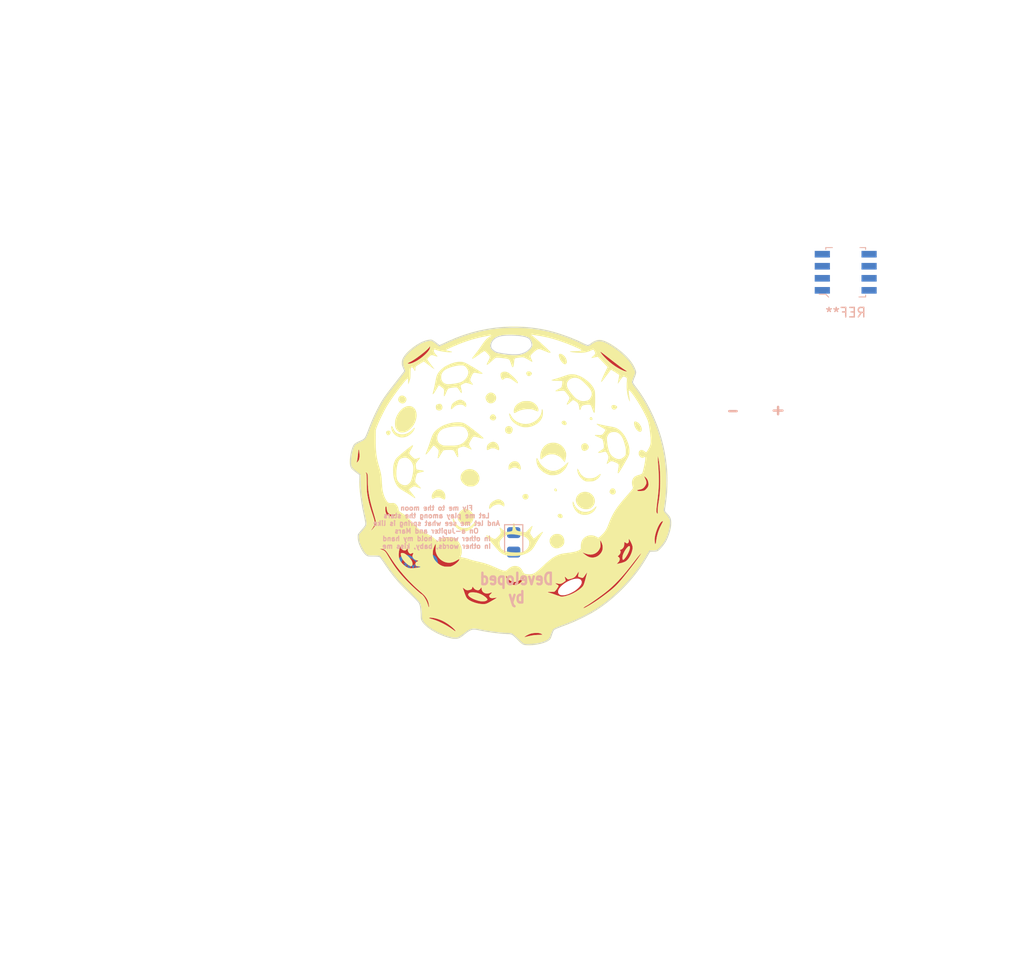
<source format=kicad_pcb>
(kicad_pcb (version 20171130) (host pcbnew 5.1.4-e60b266~84~ubuntu18.04.1)
  (layers (0 F.Cu signal) (31 B.Cu signal) (34 B.Paste user) (35 F.Paste user) (36 B.SilkS user) (37 F.SilkS user) (38 B.Mask user) (39 F.Mask user) (44 Edge.Cuts user))
  (net 0 "")
  (net 1 GND)
  (module Moon_Charly_Plex_6_Leds_0805:Moon_6_Leds_0805_35mm (layer F.Cu) (at 149.098 101.727)
    (fp_text reference Ref** hide)
    (fp_text value Val** hide)
    (fp_line (start -0.019735 -13.539687) (end -0.10305 -13.546565) (layer Edge.Cuts) (width 0.1))
    (fp_line (start 0.120966 -13.532717) (end -0.019735 -13.539687) (layer Edge.Cuts) (width 0.1))
    (fp_line (start 0.272197 -13.529333) (end 0.120966 -13.532717) (layer Edge.Cuts) (width 0.1))
    (fp_line (start 0.426709 -13.529358) (end 0.272197 -13.529333) (layer Edge.Cuts) (width 0.1))
    (fp_line (start 0.577208 -13.532707) (end 0.426709 -13.529358) (layer Edge.Cuts) (width 0.1))
    (fp_line (start 0.716442 -13.539197) (end 0.577208 -13.532707) (layer Edge.Cuts) (width 0.1))
    (fp_line (start 0.837127 -13.548713) (end 0.716442 -13.539197) (layer Edge.Cuts) (width 0.1))
    (fp_line (start 0.932007 -13.561136) (end 0.837127 -13.548713) (layer Edge.Cuts) (width 0.1))
    (fp_line (start 0.998837 -13.576117) (end 0.932007 -13.561136) (layer Edge.Cuts) (width 0.1))
    (fp_line (start 1.068357 -13.594258) (end 0.998837 -13.576117) (layer Edge.Cuts) (width 0.1))
    (fp_line (start 1.139907 -13.615244) (end 1.068357 -13.594258) (layer Edge.Cuts) (width 0.1))
    (fp_line (start 1.212117 -13.63855) (end 1.139907 -13.615244) (layer Edge.Cuts) (width 0.1))
    (fp_line (start 1.283507 -13.663717) (end 1.212117 -13.63855) (layer Edge.Cuts) (width 0.1))
    (fp_line (start 1.352697 -13.690242) (end 1.283507 -13.663717) (layer Edge.Cuts) (width 0.1))
    (fp_line (start 1.418237 -13.71763) (end 1.352697 -13.690242) (layer Edge.Cuts) (width 0.1))
    (fp_line (start 1.478727 -13.745363) (end 1.418237 -13.71763) (layer Edge.Cuts) (width 0.1))
    (fp_line (start 1.596695 -13.80764) (end 1.478727 -13.745363) (layer Edge.Cuts) (width 0.1))
    (fp_line (start 1.738853 -13.899323) (end 1.596695 -13.80764) (layer Edge.Cuts) (width 0.1))
    (fp_line (start 1.869954 -14.000819) (end 1.738853 -13.899323) (layer Edge.Cuts) (width 0.1))
    (fp_line (start 1.986671 -14.108525) (end 1.869954 -14.000819) (layer Edge.Cuts) (width 0.1))
    (fp_line (start 2.085641 -14.218839) (end 1.986671 -14.108525) (layer Edge.Cuts) (width 0.1))
    (fp_line (start 2.163531 -14.328162) (end 2.085641 -14.218839) (layer Edge.Cuts) (width 0.1))
    (fp_line (start 2.217031 -14.432886) (end 2.163531 -14.328162) (layer Edge.Cuts) (width 0.1))
    (fp_line (start 2.242771 -14.529415) (end 2.217031 -14.432886) (layer Edge.Cuts) (width 0.1))
    (fp_line (start 2.241771 -14.582931) (end 2.242771 -14.529415) (layer Edge.Cuts) (width 0.1))
    (fp_line (start 2.234871 -14.630182) (end 2.241771 -14.582931) (layer Edge.Cuts) (width 0.1))
    (fp_line (start 2.223361 -14.686022) (end 2.234871 -14.630182) (layer Edge.Cuts) (width 0.1))
    (fp_line (start 2.208081 -14.747494) (end 2.223361 -14.686022) (layer Edge.Cuts) (width 0.1))
    (fp_line (start 2.189551 -14.811636) (end 2.208081 -14.747494) (layer Edge.Cuts) (width 0.1))
    (fp_line (start 2.168821 -14.875486) (end 2.189551 -14.811636) (layer Edge.Cuts) (width 0.1))
    (fp_line (start 2.146431 -14.936086) (end 2.168821 -14.875486) (layer Edge.Cuts) (width 0.1))
    (fp_line (start 2.123601 -14.990479) (end 2.146431 -14.936086) (layer Edge.Cuts) (width 0.1))
    (fp_line (start 2.097431 -15.043422) (end 2.123601 -14.990479) (layer Edge.Cuts) (width 0.1))
    (fp_line (start 2.067821 -15.09491) (end 2.097431 -15.043422) (layer Edge.Cuts) (width 0.1))
    (fp_line (start 2.036461 -15.141677) (end 2.067821 -15.09491) (layer Edge.Cuts) (width 0.1))
    (fp_line (start 2.003171 -15.183886) (end 2.036461 -15.141677) (layer Edge.Cuts) (width 0.1))
    (fp_line (start 1.967811 -15.221704) (end 2.003171 -15.183886) (layer Edge.Cuts) (width 0.1))
    (fp_line (start 1.930221 -15.255293) (end 1.967811 -15.221704) (layer Edge.Cuts) (width 0.1))
    (fp_line (start 1.890231 -15.284814) (end 1.930221 -15.255293) (layer Edge.Cuts) (width 0.1))
    (fp_line (start 1.847741 -15.310448) (end 1.890231 -15.284814) (layer Edge.Cuts) (width 0.1))
    (fp_line (start 1.760071 -15.352589) (end 1.847741 -15.310448) (layer Edge.Cuts) (width 0.1))
    (fp_line (start 1.638927 -15.399564) (end 1.760071 -15.352589) (layer Edge.Cuts) (width 0.1))
    (fp_line (start 1.504025 -15.441234) (end 1.638927 -15.399564) (layer Edge.Cuts) (width 0.1))
    (fp_line (start 1.354572 -15.477753) (end 1.504025 -15.441234) (layer Edge.Cuts) (width 0.1))
    (fp_line (start 1.189856 -15.509266) (end 1.354572 -15.477753) (layer Edge.Cuts) (width 0.1))
    (fp_line (start 1.009102 -15.535936) (end 1.189856 -15.509266) (layer Edge.Cuts) (width 0.1))
    (fp_line (start 0.811539 -15.557906) (end 1.009102 -15.535936) (layer Edge.Cuts) (width 0.1))
    (fp_line (start 0.596452 -15.575315) (end 0.811539 -15.557906) (layer Edge.Cuts) (width 0.1))
    (fp_line (start 0.196724 -15.596388) (end 0.596452 -15.575315) (layer Edge.Cuts) (width 0.1))
    (fp_line (start -0.233281 -15.601928) (end 0.196724 -15.596388) (layer Edge.Cuts) (width 0.1))
    (fp_line (start -0.608281 -15.585569) (end -0.233281 -15.601928) (layer Edge.Cuts) (width 0.1))
    (fp_line (start -0.93295 -15.546359) (end -0.608281 -15.585569) (layer Edge.Cuts) (width 0.1))
    (fp_line (start -1.211957 -15.483337) (end -0.93295 -15.546359) (layer Edge.Cuts) (width 0.1))
    (fp_line (start -1.449973 -15.39554) (end -1.211957 -15.483337) (layer Edge.Cuts) (width 0.1))
    (fp_line (start -1.651687 -15.282004) (end -1.449973 -15.39554) (layer Edge.Cuts) (width 0.1))
    (fp_line (start -1.821745 -15.141765) (end -1.651687 -15.282004) (layer Edge.Cuts) (width 0.1))
    (fp_line (start -1.940575 -15.003784) (end -1.821745 -15.141765) (layer Edge.Cuts) (width 0.1))
    (fp_line (start -2.023275 -14.870244) (end -1.940575 -15.003784) (layer Edge.Cuts) (width 0.1))
    (fp_line (start -2.081775 -14.731729) (end -2.023275 -14.870244) (layer Edge.Cuts) (width 0.1))
    (fp_line (start -2.115595 -14.592443) (end -2.081775 -14.731729) (layer Edge.Cuts) (width 0.1))
    (fp_line (start -2.124506 -14.456596) (end -2.115595 -14.592443) (layer Edge.Cuts) (width 0.1))
    (fp_line (start -2.107946 -14.328392) (end -2.124506 -14.456596) (layer Edge.Cuts) (width 0.1))
    (fp_line (start -2.065576 -14.212041) (end -2.107946 -14.328392) (layer Edge.Cuts) (width 0.1))
    (fp_line (start -1.996976 -14.11175) (end -2.065576 -14.212041) (layer Edge.Cuts) (width 0.1))
    (fp_line (start -1.941666 -14.061308) (end -1.996976 -14.11175) (layer Edge.Cuts) (width 0.1))
    (fp_line (start -1.898856 -14.025274) (end -1.941666 -14.061308) (layer Edge.Cuts) (width 0.1))
    (fp_line (start -1.851906 -13.98799) (end -1.898856 -14.025274) (layer Edge.Cuts) (width 0.1))
    (fp_line (start -1.802456 -13.950656) (end -1.851906 -13.98799) (layer Edge.Cuts) (width 0.1))
    (fp_line (start -1.752176 -13.914476) (end -1.802456 -13.950656) (layer Edge.Cuts) (width 0.1))
    (fp_line (start -1.702726 -13.880654) (end -1.752176 -13.914476) (layer Edge.Cuts) (width 0.1))
    (fp_line (start -1.655766 -13.850398) (end -1.702726 -13.880654) (layer Edge.Cuts) (width 0.1))
    (fp_line (start -1.612956 -13.824895) (end -1.655766 -13.850398) (layer Edge.Cuts) (width 0.1))
    (fp_line (start -1.550976 -13.794917) (end -1.612956 -13.824895) (layer Edge.Cuts) (width 0.1))
    (fp_line (start -1.440417 -13.758799) (end -1.550976 -13.794917) (layer Edge.Cuts) (width 0.1))
    (fp_line (start -1.294215 -13.721892) (end -1.440417 -13.758799) (layer Edge.Cuts) (width 0.1))
    (fp_line (start -1.116999 -13.685035) (end -1.294215 -13.721892) (layer Edge.Cuts) (width 0.1))
    (fp_line (start -0.913395 -13.649062) (end -1.116999 -13.685035) (layer Edge.Cuts) (width 0.1))
    (fp_line (start -0.68801 -13.614814) (end -0.913395 -13.649062) (layer Edge.Cuts) (width 0.1))
    (fp_line (start -0.445464 -13.58312) (end -0.68801 -13.614814) (layer Edge.Cuts) (width 0.1))
    (fp_line (start -0.19037 -13.554835) (end -0.445464 -13.58312) (layer Edge.Cuts) (width 0.1))
    (fp_line (start -0.10305 -13.546565) (end -0.19037 -13.554835) (layer Edge.Cuts) (width 0.1))
    (fp_line (start 1.361927 16.974) (end 1.361549 16.974319) (layer Edge.Cuts) (width 0.1))
    (fp_line (start 1.428204 16.994459) (end 1.361927 16.974) (layer Edge.Cuts) (width 0.1))
    (fp_line (start 1.588805 17.012159) (end 1.428204 16.994459) (layer Edge.Cuts) (width 0.1))
    (fp_line (start 1.801222 17.017189) (end 1.588805 17.012159) (layer Edge.Cuts) (width 0.1))
    (fp_line (start 2.049511 17.010309) (end 1.801222 17.017189) (layer Edge.Cuts) (width 0.1))
    (fp_line (start 2.317751 16.992189) (end 2.049511 17.010309) (layer Edge.Cuts) (width 0.1))
    (fp_line (start 2.589979 16.964339) (end 2.317751 16.992189) (layer Edge.Cuts) (width 0.1))
    (fp_line (start 2.850292 16.927399) (end 2.589979 16.964339) (layer Edge.Cuts) (width 0.1))
    (fp_line (start 3.082761 16.882379) (end 2.850292 16.927399) (layer Edge.Cuts) (width 0.1))
    (fp_line (start 3.211851 16.848289) (end 3.082761 16.882379) (layer Edge.Cuts) (width 0.1))
    (fp_line (start 3.311101 16.818389) (end 3.211851 16.848289) (layer Edge.Cuts) (width 0.1))
    (fp_line (start 3.412019 16.784839) (end 3.311101 16.818389) (layer Edge.Cuts) (width 0.1))
    (fp_line (start 3.511699 16.748749) (end 3.412019 16.784839) (layer Edge.Cuts) (width 0.1))
    (fp_line (start 3.607239 16.711269) (end 3.511699 16.748749) (layer Edge.Cuts) (width 0.1))
    (fp_line (start 3.695709 16.673529) (end 3.607239 16.711269) (layer Edge.Cuts) (width 0.1))
    (fp_line (start 3.774229 16.636629) (end 3.695709 16.673529) (layer Edge.Cuts) (width 0.1))
    (fp_line (start 3.839859 16.601749) (end 3.774229 16.636629) (layer Edge.Cuts) (width 0.1))
    (fp_line (start 3.912229 16.556739) (end 3.839859 16.601749) (layer Edge.Cuts) (width 0.1))
    (fp_line (start 3.980229 16.509289) (end 3.912229 16.556739) (layer Edge.Cuts) (width 0.1))
    (fp_line (start 4.035989 16.461279) (end 3.980229 16.509289) (layer Edge.Cuts) (width 0.1))
    (fp_line (start 4.082999 16.407579) (end 4.035989 16.461279) (layer Edge.Cuts) (width 0.1))
    (fp_line (start 4.124739 16.343059) (end 4.082999 16.407579) (layer Edge.Cuts) (width 0.1))
    (fp_line (start 4.164679 16.262599) (end 4.124739 16.343059) (layer Edge.Cuts) (width 0.1))
    (fp_line (start 4.206289 16.161069) (end 4.164679 16.262599) (layer Edge.Cuts) (width 0.1))
    (fp_line (start 4.253079 16.033353) (end 4.206289 16.161069) (layer Edge.Cuts) (width 0.1))
    (fp_line (start 4.293209 15.920103) (end 4.253079 16.033353) (layer Edge.Cuts) (width 0.1))
    (fp_line (start 4.328229 15.828763) (end 4.293209 15.920103) (layer Edge.Cuts) (width 0.1))
    (fp_line (start 4.364089 15.741433) (end 4.328229 15.828763) (layer Edge.Cuts) (width 0.1))
    (fp_line (start 4.399739 15.660373) (end 4.364089 15.741433) (layer Edge.Cuts) (width 0.1))
    (fp_line (start 4.434199 15.587803) (end 4.399739 15.660373) (layer Edge.Cuts) (width 0.1))
    (fp_line (start 4.466369 15.525983) (end 4.434199 15.587803) (layer Edge.Cuts) (width 0.1))
    (fp_line (start 4.495089 15.477133) (end 4.466369 15.525983) (layer Edge.Cuts) (width 0.1))
    (fp_line (start 4.519689 15.443473) (end 4.495089 15.477133) (layer Edge.Cuts) (width 0.1))
    (fp_line (start 4.543259 15.422923) (end 4.519689 15.443473) (layer Edge.Cuts) (width 0.1))
    (fp_line (start 4.586979 15.395373) (end 4.543259 15.422923) (layer Edge.Cuts) (width 0.1))
    (fp_line (start 4.648159 15.362033) (end 4.586979 15.395373) (layer Edge.Cuts) (width 0.1))
    (fp_line (start 4.724199 15.324133) (end 4.648159 15.362033) (layer Edge.Cuts) (width 0.1))
    (fp_line (start 4.812549 15.282913) (end 4.724199 15.324133) (layer Edge.Cuts) (width 0.1))
    (fp_line (start 4.910505 15.239563) (end 4.812549 15.282913) (layer Edge.Cuts) (width 0.1))
    (fp_line (start 4.980105 15.210163) (end 4.910505 15.239563) (layer Edge.Cuts) (width 0.1))
    (fp_line (start 5.033695 15.188103) (end 4.980105 15.210163) (layer Edge.Cuts) (width 0.1))
    (fp_line (start 5.088265 15.166143) (end 5.033695 15.188103) (layer Edge.Cuts) (width 0.1))
    (fp_line (start 5.143525 15.144523) (end 5.088265 15.166143) (layer Edge.Cuts) (width 0.1))
    (fp_line (start 5.482349 15.014366) (end 5.143525 15.144523) (layer Edge.Cuts) (width 0.1))
    (fp_line (start 5.887432 14.856961) (end 5.482349 15.014366) (layer Edge.Cuts) (width 0.1))
    (fp_line (start 6.22726 14.721804) (end 5.887432 14.856961) (layer Edge.Cuts) (width 0.1))
    (fp_line (start 6.519887 14.601126) (end 6.22726 14.721804) (layer Edge.Cuts) (width 0.1))
    (fp_line (start 6.783383 14.487176) (end 6.519887 14.601126) (layer Edge.Cuts) (width 0.1))
    (fp_line (start 7.035821 14.372217) (end 6.783383 14.487176) (layer Edge.Cuts) (width 0.1))
    (fp_line (start 7.295239 14.248523) (end 7.035821 14.372217) (layer Edge.Cuts) (width 0.1))
    (fp_line (start 7.482739 14.156383) (end 7.295239 14.248523) (layer Edge.Cuts) (width 0.1))
    (fp_line (start 7.632956 14.081653) (end 7.482739 14.156383) (layer Edge.Cuts) (width 0.1))
    (fp_line (start 7.873335 13.96018) (end 7.632956 14.081653) (layer Edge.Cuts) (width 0.1))
    (fp_line (start 8.147926 13.814992) (end 7.873335 13.96018) (layer Edge.Cuts) (width 0.1))
    (fp_line (start 8.41639 13.666169) (end 8.147926 13.814992) (layer Edge.Cuts) (width 0.1))
    (fp_line (start 8.679258 13.513298) (end 8.41639 13.666169) (layer Edge.Cuts) (width 0.1))
    (fp_line (start 8.93711 13.356013) (end 8.679258 13.513298) (layer Edge.Cuts) (width 0.1))
    (fp_line (start 9.190499 13.193825) (end 8.93711 13.356013) (layer Edge.Cuts) (width 0.1))
    (fp_line (start 9.439993 13.02641) (end 9.190499 13.193825) (layer Edge.Cuts) (width 0.1))
    (fp_line (start 9.686132 12.853284) (end 9.439993 13.02641) (layer Edge.Cuts) (width 0.1))
    (fp_line (start 9.929507 12.674083) (end 9.686132 12.853284) (layer Edge.Cuts) (width 0.1))
    (fp_line (start 10.170649 12.488399) (end 9.929507 12.674083) (layer Edge.Cuts) (width 0.1))
    (fp_line (start 10.41013 12.295804) (end 10.170649 12.488399) (layer Edge.Cuts) (width 0.1))
    (fp_line (start 10.648536 12.095887) (end 10.41013 12.295804) (layer Edge.Cuts) (width 0.1))
    (fp_line (start 10.886372 11.888236) (end 10.648536 12.095887) (layer Edge.Cuts) (width 0.1))
    (fp_line (start 11.124247 11.672467) (end 10.886372 11.888236) (layer Edge.Cuts) (width 0.1))
    (fp_line (start 11.36269 11.448154) (end 11.124247 11.672467) (layer Edge.Cuts) (width 0.1))
    (fp_line (start 11.602293 11.214872) (end 11.36269 11.448154) (layer Edge.Cuts) (width 0.1))
    (fp_line (start 11.815985 11.00012) (end 11.602293 11.214872) (layer Edge.Cuts) (width 0.1))
    (fp_line (start 12.011347 10.797688) (end 11.815985 11.00012) (layer Edge.Cuts) (width 0.1))
    (fp_line (start 12.201734 10.594107) (end 12.011347 10.797688) (layer Edge.Cuts) (width 0.1))
    (fp_line (start 12.387394 10.38911) (end 12.201734 10.594107) (layer Edge.Cuts) (width 0.1))
    (fp_line (start 12.568552 10.182399) (end 12.387394 10.38911) (layer Edge.Cuts) (width 0.1))
    (fp_line (start 12.745421 9.973697) (end 12.568552 10.182399) (layer Edge.Cuts) (width 0.1))
    (fp_line (start 12.918194 9.762712) (end 12.745421 9.973697) (layer Edge.Cuts) (width 0.1))
    (fp_line (start 13.087122 9.549152) (end 12.918194 9.762712) (layer Edge.Cuts) (width 0.1))
    (fp_line (start 13.252406 9.332772) (end 13.087122 9.549152) (layer Edge.Cuts) (width 0.1))
    (fp_line (start 13.414251 9.113243) (end 13.252406 9.332772) (layer Edge.Cuts) (width 0.1))
    (fp_line (start 13.572898 8.890307) (end 13.414251 9.113243) (layer Edge.Cuts) (width 0.1))
    (fp_line (start 13.72855 8.663684) (end 13.572898 8.890307) (layer Edge.Cuts) (width 0.1))
    (fp_line (start 13.881451 8.433099) (end 13.72855 8.663684) (layer Edge.Cuts) (width 0.1))
    (fp_line (start 14.031777 8.198235) (end 13.881451 8.433099) (layer Edge.Cuts) (width 0.1))
    (fp_line (start 14.179759 7.958829) (end 14.031777 8.198235) (layer Edge.Cuts) (width 0.1))
    (fp_line (start 14.325633 7.714616) (end 14.179759 7.958829) (layer Edge.Cuts) (width 0.1))
    (fp_line (start 14.373723 7.631786) (end 14.325633 7.714616) (layer Edge.Cuts) (width 0.1))
    (fp_line (start 14.390703 7.602546) (end 14.373723 7.631786) (layer Edge.Cuts) (width 0.1))
    (fp_line (start 14.407683 7.573306) (end 14.390703 7.602546) (layer Edge.Cuts) (width 0.1))
    (fp_line (start 14.424653 7.544066) (end 14.407683 7.573306) (layer Edge.Cuts) (width 0.1))
    (fp_line (start 14.441633 7.514826) (end 14.424653 7.544066) (layer Edge.Cuts) (width 0.1))
    (fp_line (start 14.458603 7.485586) (end 14.441633 7.514826) (layer Edge.Cuts) (width 0.1))
    (fp_line (start 14.475583 7.456346) (end 14.458603 7.485586) (layer Edge.Cuts) (width 0.1))
    (fp_line (start 14.509553 7.397856) (end 14.475583 7.456346) (layer Edge.Cuts) (width 0.1))
    (fp_line (start 14.577483 7.280865) (end 14.509553 7.397856) (layer Edge.Cuts) (width 0.1))
    (fp_line (start 14.645413 7.163877) (end 14.577483 7.280865) (layer Edge.Cuts) (width 0.1))
    (fp_line (start 14.666683 7.163877) (end 14.645413 7.163877) (layer Edge.Cuts) (width 0.1))
    (fp_line (start 14.687953 7.163877) (end 14.666683 7.163877) (layer Edge.Cuts) (width 0.1))
    (fp_line (start 14.709223 7.163877) (end 14.687953 7.163877) (layer Edge.Cuts) (width 0.1))
    (fp_line (start 14.730493 7.163877) (end 14.709223 7.163877) (layer Edge.Cuts) (width 0.1))
    (fp_line (start 14.751773 7.163877) (end 14.730493 7.163877) (layer Edge.Cuts) (width 0.1))
    (fp_line (start 14.773043 7.163877) (end 14.751773 7.163877) (layer Edge.Cuts) (width 0.1))
    (fp_line (start 14.794323 7.163877) (end 14.773043 7.163877) (layer Edge.Cuts) (width 0.1))
    (fp_line (start 14.815593 7.163877) (end 14.794323 7.163877) (layer Edge.Cuts) (width 0.1))
    (fp_line (start 14.836863 7.163877) (end 14.815593 7.163877) (layer Edge.Cuts) (width 0.1))
    (fp_line (start 14.858133 7.163877) (end 14.836863 7.163877) (layer Edge.Cuts) (width 0.1))
    (fp_line (start 14.879413 7.163877) (end 14.858133 7.163877) (layer Edge.Cuts) (width 0.1))
    (fp_line (start 14.900683 7.163877) (end 14.879413 7.163877) (layer Edge.Cuts) (width 0.1))
    (fp_line (start 14.921963 7.163877) (end 14.900683 7.163877) (layer Edge.Cuts) (width 0.1))
    (fp_line (start 14.943233 7.163877) (end 14.921963 7.163877) (layer Edge.Cuts) (width 0.1))
    (fp_line (start 14.964503 7.163877) (end 14.943233 7.163877) (layer Edge.Cuts) (width 0.1))
    (fp_line (start 15.012283 7.163755) (end 14.964503 7.163877) (layer Edge.Cuts) (width 0.1))
    (fp_line (start 15.051363 7.162797) (end 15.012283 7.163755) (layer Edge.Cuts) (width 0.1))
    (fp_line (start 15.089603 7.161053) (end 15.051363 7.162797) (layer Edge.Cuts) (width 0.1))
    (fp_line (start 15.126933 7.158644) (end 15.089603 7.161053) (layer Edge.Cuts) (width 0.1))
    (fp_line (start 15.163253 7.155614) (end 15.126933 7.158644) (layer Edge.Cuts) (width 0.1))
    (fp_line (start 15.198443 7.151614) (end 15.163253 7.155614) (layer Edge.Cuts) (width 0.1))
    (fp_line (start 15.232483 7.147014) (end 15.198443 7.151614) (layer Edge.Cuts) (width 0.1))
    (fp_line (start 15.265223 7.141714) (end 15.232483 7.147014) (layer Edge.Cuts) (width 0.1))
    (fp_line (start 15.296633 7.135714) (end 15.265223 7.141714) (layer Edge.Cuts) (width 0.1))
    (fp_line (start 15.326523 7.129214) (end 15.296633 7.135714) (layer Edge.Cuts) (width 0.1))
    (fp_line (start 15.354993 7.121914) (end 15.326523 7.129214) (layer Edge.Cuts) (width 0.1))
    (fp_line (start 15.381703 7.113914) (end 15.354993 7.121914) (layer Edge.Cuts) (width 0.1))
    (fp_line (start 15.406863 7.105414) (end 15.381703 7.113914) (layer Edge.Cuts) (width 0.1))
    (fp_line (start 15.429983 7.096214) (end 15.406863 7.105414) (layer Edge.Cuts) (width 0.1))
    (fp_line (start 15.451393 7.086614) (end 15.429983 7.096214) (layer Edge.Cuts) (width 0.1))
    (fp_line (start 15.470793 7.076364) (end 15.451393 7.086614) (layer Edge.Cuts) (width 0.1))
    (fp_line (start 15.503913 7.055114) (end 15.470793 7.076364) (layer Edge.Cuts) (width 0.1))
    (fp_line (start 15.549963 7.019714) (end 15.503913 7.055114) (layer Edge.Cuts) (width 0.1))
    (fp_line (start 15.600843 6.975524) (end 15.549963 7.019714) (layer Edge.Cuts) (width 0.1))
    (fp_line (start 15.655723 6.923574) (end 15.600843 6.975524) (layer Edge.Cuts) (width 0.1))
    (fp_line (start 15.713773 6.864854) (end 15.655723 6.923574) (layer Edge.Cuts) (width 0.1))
    (fp_line (start 15.774123 6.800444) (end 15.713773 6.864854) (layer Edge.Cuts) (width 0.1))
    (fp_line (start 15.835953 6.731314) (end 15.774123 6.800444) (layer Edge.Cuts) (width 0.1))
    (fp_line (start 15.898413 6.658514) (end 15.835953 6.731314) (layer Edge.Cuts) (width 0.1))
    (fp_line (start 15.960633 6.583034) (end 15.898413 6.658514) (layer Edge.Cuts) (width 0.1))
    (fp_line (start 16.021803 6.505924) (end 15.960633 6.583034) (layer Edge.Cuts) (width 0.1))
    (fp_line (start 16.081043 6.428204) (end 16.021803 6.505924) (layer Edge.Cuts) (width 0.1))
    (fp_line (start 16.137503 6.350884) (end 16.081043 6.428204) (layer Edge.Cuts) (width 0.1))
    (fp_line (start 16.190373 6.274974) (end 16.137503 6.350884) (layer Edge.Cuts) (width 0.1))
    (fp_line (start 16.238753 6.201504) (end 16.190373 6.274974) (layer Edge.Cuts) (width 0.1))
    (fp_line (start 16.281823 6.131504) (end 16.238753 6.201504) (layer Edge.Cuts) (width 0.1))
    (fp_line (start 16.318753 6.065984) (end 16.281823 6.131504) (layer Edge.Cuts) (width 0.1))
    (fp_line (start 16.378273 5.947034) (end 16.318753 6.065984) (layer Edge.Cuts) (width 0.1))
    (fp_line (start 16.447733 5.794648) (end 16.378273 5.947034) (layer Edge.Cuts) (width 0.1))
    (fp_line (start 16.512373 5.638533) (end 16.447733 5.794648) (layer Edge.Cuts) (width 0.1))
    (fp_line (start 16.571933 5.479918) (end 16.512373 5.638533) (layer Edge.Cuts) (width 0.1))
    (fp_line (start 16.626163 5.319998) (end 16.571933 5.479918) (layer Edge.Cuts) (width 0.1))
    (fp_line (start 16.674823 5.159961) (end 16.626163 5.319998) (layer Edge.Cuts) (width 0.1))
    (fp_line (start 16.717633 5.001035) (end 16.674823 5.159961) (layer Edge.Cuts) (width 0.1))
    (fp_line (start 16.754393 4.844435) (end 16.717633 5.001035) (layer Edge.Cuts) (width 0.1))
    (fp_line (start 16.784743 4.69135) (end 16.754393 4.844435) (layer Edge.Cuts) (width 0.1))
    (fp_line (start 16.808763 4.542985) (end 16.784743 4.69135) (layer Edge.Cuts) (width 0.1))
    (fp_line (start 16.825683 4.40058) (end 16.808763 4.542985) (layer Edge.Cuts) (width 0.1))
    (fp_line (start 16.835683 4.26528) (end 16.825683 4.40058) (layer Edge.Cuts) (width 0.1))
    (fp_line (start 16.838303 4.138374) (end 16.835683 4.26528) (layer Edge.Cuts) (width 0.1))
    (fp_line (start 16.833503 4.020997) (end 16.838303 4.138374) (layer Edge.Cuts) (width 0.1))
    (fp_line (start 16.820853 3.914395) (end 16.833503 4.020997) (layer Edge.Cuts) (width 0.1))
    (fp_line (start 16.800073 3.819775) (end 16.820853 3.914395) (layer Edge.Cuts) (width 0.1))
    (fp_line (start 16.785573 3.776685) (end 16.800073 3.819775) (layer Edge.Cuts) (width 0.1))
    (fp_line (start 16.775153 3.751375) (end 16.785573 3.776685) (layer Edge.Cuts) (width 0.1))
    (fp_line (start 16.762083 3.723915) (end 16.775153 3.751375) (layer Edge.Cuts) (width 0.1))
    (fp_line (start 16.746923 3.694265) (end 16.762083 3.723915) (layer Edge.Cuts) (width 0.1))
    (fp_line (start 16.729363 3.662835) (end 16.746923 3.694265) (layer Edge.Cuts) (width 0.1))
    (fp_line (start 16.709903 3.629875) (end 16.729363 3.662835) (layer Edge.Cuts) (width 0.1))
    (fp_line (start 16.688513 3.595655) (end 16.709903 3.629875) (layer Edge.Cuts) (width 0.1))
    (fp_line (start 16.665773 3.560445) (end 16.688513 3.595655) (layer Edge.Cuts) (width 0.1))
    (fp_line (start 16.641563 3.524505) (end 16.665773 3.560445) (layer Edge.Cuts) (width 0.1))
    (fp_line (start 16.615973 3.488105) (end 16.641563 3.524505) (layer Edge.Cuts) (width 0.1))
    (fp_line (start 16.589373 3.451535) (end 16.615973 3.488105) (layer Edge.Cuts) (width 0.1))
    (fp_line (start 16.561953 3.415065) (end 16.589373 3.451535) (layer Edge.Cuts) (width 0.1))
    (fp_line (start 16.475979 3.307661) (end 16.561953 3.415065) (layer Edge.Cuts) (width 0.1))
    (fp_line (start 16.318595 3.133047) (end 16.475979 3.307661) (layer Edge.Cuts) (width 0.1))
    (fp_line (start 16.216195 2.999287) (end 16.318595 3.133047) (layer Edge.Cuts) (width 0.1))
    (fp_line (start 16.177526 2.894073) (end 16.216195 2.999287) (layer Edge.Cuts) (width 0.1))
    (fp_line (start 16.177477 2.836133) (end 16.177526 2.894073) (layer Edge.Cuts) (width 0.1))
    (fp_line (start 16.179915 2.804703) (end 16.177477 2.836133) (layer Edge.Cuts) (width 0.1))
    (fp_line (start 16.183915 2.770293) (end 16.179915 2.804703) (layer Edge.Cuts) (width 0.1))
    (fp_line (start 16.189715 2.732223) (end 16.183915 2.770293) (layer Edge.Cuts) (width 0.1))
    (fp_line (start 16.228545 2.488296) (end 16.189715 2.732223) (layer Edge.Cuts) (width 0.1))
    (fp_line (start 16.277385 2.144552) (end 16.228545 2.488296) (layer Edge.Cuts) (width 0.1))
    (fp_line (start 16.319735 1.80225) (end 16.277385 2.144552) (layer Edge.Cuts) (width 0.1))
    (fp_line (start 16.355575 1.461377) (end 16.319735 1.80225) (layer Edge.Cuts) (width 0.1))
    (fp_line (start 16.384885 1.121924) (end 16.355575 1.461377) (layer Edge.Cuts) (width 0.1))
    (fp_line (start 16.407735 0.783884) (end 16.384885 1.121924) (layer Edge.Cuts) (width 0.1))
    (fp_line (start 16.423995 0.447247) (end 16.407735 0.783884) (layer Edge.Cuts) (width 0.1))
    (fp_line (start 16.433895 0.112004) (end 16.423995 0.447247) (layer Edge.Cuts) (width 0.1))
    (fp_line (start 16.437033 -0.221853) (end 16.433895 0.112004) (layer Edge.Cuts) (width 0.1))
    (fp_line (start 16.433695 -0.554336) (end 16.437033 -0.221853) (layer Edge.Cuts) (width 0.1))
    (fp_line (start 16.423905 -0.885451) (end 16.433695 -0.554336) (layer Edge.Cuts) (width 0.1))
    (fp_line (start 16.407815 -1.215206) (end 16.423905 -0.885451) (layer Edge.Cuts) (width 0.1))
    (fp_line (start 16.385005 -1.543615) (end 16.407815 -1.215206) (layer Edge.Cuts) (width 0.1))
    (fp_line (start 16.355735 -1.870684) (end 16.385005 -1.543615) (layer Edge.Cuts) (width 0.1))
    (fp_line (start 16.319955 -2.196424) (end 16.355735 -1.870684) (layer Edge.Cuts) (width 0.1))
    (fp_line (start 16.277655 -2.520839) (end 16.319955 -2.196424) (layer Edge.Cuts) (width 0.1))
    (fp_line (start 16.228825 -2.843943) (end 16.277655 -2.520839) (layer Edge.Cuts) (width 0.1))
    (fp_line (start 16.173495 -3.165743) (end 16.228825 -2.843943) (layer Edge.Cuts) (width 0.1))
    (fp_line (start 16.111625 -3.486249) (end 16.173495 -3.165743) (layer Edge.Cuts) (width 0.1))
    (fp_line (start 16.043255 -3.805469) (end 16.111625 -3.486249) (layer Edge.Cuts) (width 0.1))
    (fp_line (start 15.968345 -4.123414) (end 16.043255 -3.805469) (layer Edge.Cuts) (width 0.1))
    (fp_line (start 15.886915 -4.440091) (end 15.968345 -4.123414) (layer Edge.Cuts) (width 0.1))
    (fp_line (start 15.798945 -4.755509) (end 15.886915 -4.440091) (layer Edge.Cuts) (width 0.1))
    (fp_line (start 15.704465 -5.069678) (end 15.798945 -4.755509) (layer Edge.Cuts) (width 0.1))
    (fp_line (start 15.603444 -5.382607) (end 15.704465 -5.069678) (layer Edge.Cuts) (width 0.1))
    (fp_line (start 15.495893 -5.694305) (end 15.603444 -5.382607) (layer Edge.Cuts) (width 0.1))
    (fp_line (start 15.381796 -6.004782) (end 15.495893 -5.694305) (layer Edge.Cuts) (width 0.1))
    (fp_line (start 15.261175 -6.314046) (end 15.381796 -6.004782) (layer Edge.Cuts) (width 0.1))
    (fp_line (start 15.134017 -6.622105) (end 15.261175 -6.314046) (layer Edge.Cuts) (width 0.1))
    (fp_line (start 15.000323 -6.928968) (end 15.134017 -6.622105) (layer Edge.Cuts) (width 0.1))
    (fp_line (start 14.860089 -7.234646) (end 15.000323 -6.928968) (layer Edge.Cuts) (width 0.1))
    (fp_line (start 14.713314 -7.539149) (end 14.860089 -7.234646) (layer Edge.Cuts) (width 0.1))
    (fp_line (start 14.632624 -7.699867) (end 14.713314 -7.539149) (layer Edge.Cuts) (width 0.1))
    (fp_line (start 14.587934 -7.787787) (end 14.632624 -7.699867) (layer Edge.Cuts) (width 0.1))
    (fp_line (start 14.543424 -7.874284) (end 14.587934 -7.787787) (layer Edge.Cuts) (width 0.1))
    (fp_line (start 14.499034 -7.959465) (end 14.543424 -7.874284) (layer Edge.Cuts) (width 0.1))
    (fp_line (start 14.366109 -8.208729) (end 14.499034 -7.959465) (layer Edge.Cuts) (width 0.1))
    (fp_line (start 14.186911 -8.527124) (end 14.366109 -8.208729) (layer Edge.Cuts) (width 0.1))
    (fp_line (start 14.001933 -8.836634) (end 14.186911 -8.527124) (layer Edge.Cuts) (width 0.1))
    (fp_line (start 13.807302 -9.143403) (end 14.001933 -8.836634) (layer Edge.Cuts) (width 0.1))
    (fp_line (start 13.599158 -9.453575) (end 13.807302 -9.143403) (layer Edge.Cuts) (width 0.1))
    (fp_line (start 13.37365 -9.773288) (end 13.599158 -9.453575) (layer Edge.Cuts) (width 0.1))
    (fp_line (start 13.126922 -10.108687) (end 13.37365 -9.773288) (layer Edge.Cuts) (width 0.1))
    (fp_line (start 13.008042 -10.266529) (end 13.126922 -10.108687) (layer Edge.Cuts) (width 0.1))
    (fp_line (start 12.965932 -10.327647) (end 13.008042 -10.266529) (layer Edge.Cuts) (width 0.1))
    (fp_line (start 12.903152 -10.428257) (end 12.965932 -10.327647) (layer Edge.Cuts) (width 0.1))
    (fp_line (start 12.847442 -10.535952) (end 12.903152 -10.428257) (layer Edge.Cuts) (width 0.1))
    (fp_line (start 12.819092 -10.61715) (end 12.847442 -10.535952) (layer Edge.Cuts) (width 0.1))
    (fp_line (start 12.823912 -10.677079) (end 12.819092 -10.61715) (layer Edge.Cuts) (width 0.1))
    (fp_line (start 12.853632 -10.792415) (end 12.823912 -10.677079) (layer Edge.Cuts) (width 0.1))
    (fp_line (start 12.902822 -10.945335) (end 12.853632 -10.792415) (layer Edge.Cuts) (width 0.1))
    (fp_line (start 12.965832 -11.118025) (end 12.902822 -10.945335) (layer Edge.Cuts) (width 0.1))
    (fp_line (start 13.034982 -11.293011) (end 12.965832 -11.118025) (layer Edge.Cuts) (width 0.1))
    (fp_line (start 13.094002 -11.454991) (end 13.034982 -11.293011) (layer Edge.Cuts) (width 0.1))
    (fp_line (start 13.137382 -11.587289) (end 13.094002 -11.454991) (layer Edge.Cuts) (width 0.1))
    (fp_line (start 13.159402 -11.673231) (end 13.137382 -11.587289) (layer Edge.Cuts) (width 0.1))
    (fp_line (start 13.153102 -11.719597) (end 13.159402 -11.673231) (layer Edge.Cuts) (width 0.1))
    (fp_line (start 13.113922 -11.826553) (end 13.153102 -11.719597) (layer Edge.Cuts) (width 0.1))
    (fp_line (start 13.049202 -11.976725) (end 13.113922 -11.826553) (layer Edge.Cuts) (width 0.1))
    (fp_line (start 12.966312 -12.152741) (end 13.049202 -11.976725) (layer Edge.Cuts) (width 0.1))
    (fp_line (start 12.833169 -12.408046) (end 12.966312 -12.152741) (layer Edge.Cuts) (width 0.1))
    (fp_line (start 12.655549 -12.690624) (end 12.833169 -12.408046) (layer Edge.Cuts) (width 0.1))
    (fp_line (start 12.450084 -12.965719) (end 12.655549 -12.690624) (layer Edge.Cuts) (width 0.1))
    (fp_line (start 12.215049 -13.235066) (end 12.450084 -12.965719) (layer Edge.Cuts) (width 0.1))
    (fp_line (start 11.948761 -13.500405) (end 12.215049 -13.235066) (layer Edge.Cuts) (width 0.1))
    (fp_line (start 11.649485 -13.763476) (end 11.948761 -13.500405) (layer Edge.Cuts) (width 0.1))
    (fp_line (start 11.315531 -14.026013) (end 11.649485 -13.763476) (layer Edge.Cuts) (width 0.1))
    (fp_line (start 10.94519 -14.289757) (end 11.315531 -14.026013) (layer Edge.Cuts) (width 0.1))
    (fp_line (start 10.536399 -14.556047) (end 10.94519 -14.289757) (layer Edge.Cuts) (width 0.1))
    (fp_line (start 10.172038 -14.763451) (end 10.536399 -14.556047) (layer Edge.Cuts) (width 0.1))
    (fp_line (start 9.85062 -14.907584) (end 10.172038 -14.763451) (layer Edge.Cuts) (width 0.1))
    (fp_line (start 9.562329 -14.989586) (end 9.85062 -14.907584) (layer Edge.Cuts) (width 0.1))
    (fp_line (start 9.297321 -15.010599) (end 9.562329 -14.989586) (layer Edge.Cuts) (width 0.1))
    (fp_line (start 9.045754 -14.971763) (end 9.297321 -15.010599) (layer Edge.Cuts) (width 0.1))
    (fp_line (start 8.797783 -14.874212) (end 9.045754 -14.971763) (layer Edge.Cuts) (width 0.1))
    (fp_line (start 8.543617 -14.719092) (end 8.797783 -14.874212) (layer Edge.Cuts) (width 0.1))
    (fp_line (start 8.426917 -14.631576) (end 8.543617 -14.719092) (layer Edge.Cuts) (width 0.1))
    (fp_line (start 8.381857 -14.603078) (end 8.426917 -14.631576) (layer Edge.Cuts) (width 0.1))
    (fp_line (start 8.334267 -14.576991) (end 8.381857 -14.603078) (layer Edge.Cuts) (width 0.1))
    (fp_line (start 8.285667 -14.553901) (end 8.334267 -14.576991) (layer Edge.Cuts) (width 0.1))
    (fp_line (start 8.237487 -14.534416) (end 8.285667 -14.553901) (layer Edge.Cuts) (width 0.1))
    (fp_line (start 8.191167 -14.519153) (end 8.237487 -14.534416) (layer Edge.Cuts) (width 0.1))
    (fp_line (start 8.148187 -14.508733) (end 8.191167 -14.519153) (layer Edge.Cuts) (width 0.1))
    (fp_line (start 8.109997 -14.503713) (end 8.148187 -14.508733) (layer Edge.Cuts) (width 0.1))
    (fp_line (start 8.073517 -14.505543) (end 8.109997 -14.503713) (layer Edge.Cuts) (width 0.1))
    (fp_line (start 8.018347 -14.517752) (end 8.073517 -14.505543) (layer Edge.Cuts) (width 0.1))
    (fp_line (start 7.947257 -14.539261) (end 8.018347 -14.517752) (layer Edge.Cuts) (width 0.1))
    (fp_line (start 7.863087 -14.568975) (end 7.947257 -14.539261) (layer Edge.Cuts) (width 0.1))
    (fp_line (start 7.768627 -14.605823) (end 7.863087 -14.568975) (layer Edge.Cuts) (width 0.1))
    (fp_line (start 7.66668 -14.648725) (end 7.768627 -14.605823) (layer Edge.Cuts) (width 0.1))
    (fp_line (start 7.560054 -14.696604) (end 7.66668 -14.648725) (layer Edge.Cuts) (width 0.1))
    (fp_line (start 7.451529 -14.748385) (end 7.560054 -14.696604) (layer Edge.Cuts) (width 0.1))
    (fp_line (start 7.136557 -14.902282) (end 7.451529 -14.748385) (layer Edge.Cuts) (width 0.1))
    (fp_line (start 6.672857 -15.106624) (end 7.136557 -14.902282) (layer Edge.Cuts) (width 0.1))
    (fp_line (start 6.172922 -15.307144) (end 6.672857 -15.106624) (layer Edge.Cuts) (width 0.1))
    (fp_line (start 5.650665 -15.49909) (end 6.172922 -15.307144) (layer Edge.Cuts) (width 0.1))
    (fp_line (start 5.119995 -15.677708) (end 5.650665 -15.49909) (layer Edge.Cuts) (width 0.1))
    (fp_line (start 4.594821 -15.838248) (end 5.119995 -15.677708) (layer Edge.Cuts) (width 0.1))
    (fp_line (start 4.089056 -15.975953) (end 4.594821 -15.838248) (layer Edge.Cuts) (width 0.1))
    (fp_line (start 3.616608 -16.086073) (end 4.089056 -15.975953) (layer Edge.Cuts) (width 0.1))
    (fp_line (start 3.16232 -16.17272) (end 3.616608 -16.086073) (layer Edge.Cuts) (width 0.1))
    (fp_line (start 2.756038 -16.244333) (end 3.16232 -16.17272) (layer Edge.Cuts) (width 0.1))
    (fp_line (start 2.392891 -16.299615) (end 2.756038 -16.244333) (layer Edge.Cuts) (width 0.1))
    (fp_line (start 2.051185 -16.3405) (end 2.392891 -16.299615) (layer Edge.Cuts) (width 0.1))
    (fp_line (start 1.709225 -16.368919) (end 2.051185 -16.3405) (layer Edge.Cuts) (width 0.1))
    (fp_line (start 1.345318 -16.386826) (end 1.709225 -16.368919) (layer Edge.Cuts) (width 0.1))
    (fp_line (start 0.937768 -16.396126) (end 1.345318 -16.386826) (layer Edge.Cuts) (width 0.1))
    (fp_line (start 0.464884 -16.39878) (end 0.937768 -16.396126) (layer Edge.Cuts) (width 0.1))
    (fp_line (start 0.011364 -16.397277) (end 0.464884 -16.39878) (layer Edge.Cuts) (width 0.1))
    (fp_line (start -0.342105 -16.393457) (end 0.011364 -16.397277) (layer Edge.Cuts) (width 0.1))
    (fp_line (start -0.646791 -16.386577) (end -0.342105 -16.393457) (layer Edge.Cuts) (width 0.1))
    (fp_line (start -0.914297 -16.375928) (end -0.646791 -16.386577) (layer Edge.Cuts) (width 0.1))
    (fp_line (start -1.15625 -16.360865) (end -0.914297 -16.375928) (layer Edge.Cuts) (width 0.1))
    (fp_line (start -1.384237 -16.340693) (end -1.15625 -16.360865) (layer Edge.Cuts) (width 0.1))
    (fp_line (start -1.609886 -16.314738) (end -1.384237 -16.340693) (layer Edge.Cuts) (width 0.1))
    (fp_line (start -1.844805 -16.282331) (end -1.609886 -16.314738) (layer Edge.Cuts) (width 0.1))
    (fp_line (start -2.342394 -16.203445) (end -1.844805 -16.282331) (layer Edge.Cuts) (width 0.1))
    (fp_line (start -2.941727 -16.089637) (end -2.342394 -16.203445) (layer Edge.Cuts) (width 0.1))
    (fp_line (start -3.524065 -15.958026) (end -2.941727 -16.089637) (layer Edge.Cuts) (width 0.1))
    (fp_line (start -4.095979 -15.806652) (end -3.524065 -15.958026) (layer Edge.Cuts) (width 0.1))
    (fp_line (start -4.664038 -15.633562) (end -4.095979 -15.806652) (layer Edge.Cuts) (width 0.1))
    (fp_line (start -5.234809 -15.436796) (end -4.664038 -15.633562) (layer Edge.Cuts) (width 0.1))
    (fp_line (start -5.814859 -15.214397) (end -5.234809 -15.436796) (layer Edge.Cuts) (width 0.1))
    (fp_line (start -6.410758 -14.964407) (end -5.814859 -15.214397) (layer Edge.Cuts) (width 0.1))
    (fp_line (start -6.615495 -14.872906) (end -6.410758 -14.964407) (layer Edge.Cuts) (width 0.1))
    (fp_line (start -6.729843 -14.821803) (end -6.615495 -14.872906) (layer Edge.Cuts) (width 0.1))
    (fp_line (start -6.84419 -14.770698) (end -6.729843 -14.821803) (layer Edge.Cuts) (width 0.1))
    (fp_line (start -6.958538 -14.719595) (end -6.84419 -14.770698) (layer Edge.Cuts) (width 0.1))
    (fp_line (start -7.072884 -14.668492) (end -6.958538 -14.719595) (layer Edge.Cuts) (width 0.1))
    (fp_line (start -7.187233 -14.617388) (end -7.072884 -14.668492) (layer Edge.Cuts) (width 0.1))
    (fp_line (start -7.301578 -14.566285) (end -7.187233 -14.617388) (layer Edge.Cuts) (width 0.1))
    (fp_line (start -7.415926 -14.515182) (end -7.301578 -14.566285) (layer Edge.Cuts) (width 0.1))
    (fp_line (start -7.530273 -14.464078) (end -7.415926 -14.515182) (layer Edge.Cuts) (width 0.1))
    (fp_line (start -7.574657 -14.498572) (end -7.530273 -14.464078) (layer Edge.Cuts) (width 0.1))
    (fp_line (start -7.619041 -14.533065) (end -7.574657 -14.498572) (layer Edge.Cuts) (width 0.1))
    (fp_line (start -7.663425 -14.567558) (end -7.619041 -14.533065) (layer Edge.Cuts) (width 0.1))
    (fp_line (start -7.707809 -14.602052) (end -7.663425 -14.567558) (layer Edge.Cuts) (width 0.1))
    (fp_line (start -7.752193 -14.636545) (end -7.707809 -14.602052) (layer Edge.Cuts) (width 0.1))
    (fp_line (start -7.796577 -14.671039) (end -7.752193 -14.636545) (layer Edge.Cuts) (width 0.1))
    (fp_line (start -7.840961 -14.705532) (end -7.796577 -14.671039) (layer Edge.Cuts) (width 0.1))
    (fp_line (start -7.934509 -14.777765) (end -7.840961 -14.705532) (layer Edge.Cuts) (width 0.1))
    (fp_line (start -8.008864 -14.832403) (end -7.934509 -14.777765) (layer Edge.Cuts) (width 0.1))
    (fp_line (start -8.082001 -14.883707) (end -8.008864 -14.832403) (layer Edge.Cuts) (width 0.1))
    (fp_line (start -8.151936 -14.930411) (end -8.082001 -14.883707) (layer Edge.Cuts) (width 0.1))
    (fp_line (start -8.216682 -14.971253) (end -8.151936 -14.930411) (layer Edge.Cuts) (width 0.1))
    (fp_line (start -8.274257 -15.004971) (end -8.216682 -14.971253) (layer Edge.Cuts) (width 0.1))
    (fp_line (start -8.322683 -15.030288) (end -8.274257 -15.004971) (layer Edge.Cuts) (width 0.1))
    (fp_line (start -8.359977 -15.045961) (end -8.322683 -15.030288) (layer Edge.Cuts) (width 0.1))
    (fp_line (start -8.415758 -15.055388) (end -8.359977 -15.045961) (layer Edge.Cuts) (width 0.1))
    (fp_line (start -8.51703 -15.051451) (end -8.415758 -15.055388) (layer Edge.Cuts) (width 0.1))
    (fp_line (start -8.644359 -15.033304) (end -8.51703 -15.051451) (layer Edge.Cuts) (width 0.1))
    (fp_line (start -8.789715 -15.003003) (end -8.644359 -15.033304) (layer Edge.Cuts) (width 0.1))
    (fp_line (start -8.945036 -14.962563) (end -8.789715 -15.003003) (layer Edge.Cuts) (width 0.1))
    (fp_line (start -9.102296 -14.91401) (end -8.945036 -14.962563) (layer Edge.Cuts) (width 0.1))
    (fp_line (start -9.253445 -14.859378) (end -9.102296 -14.91401) (layer Edge.Cuts) (width 0.1))
    (fp_line (start -9.390452 -14.800694) (end -9.253445 -14.859378) (layer Edge.Cuts) (width 0.1))
    (fp_line (start -9.610626 -14.683559) (end -9.390452 -14.800694) (layer Edge.Cuts) (width 0.1))
    (fp_line (start -9.892257 -14.506658) (end -9.610626 -14.683559) (layer Edge.Cuts) (width 0.1))
    (fp_line (start -10.175821 -14.304061) (end -9.892257 -14.506658) (layer Edge.Cuts) (width 0.1))
    (fp_line (start -10.450787 -14.084925) (end -10.175821 -14.304061) (layer Edge.Cuts) (width 0.1))
    (fp_line (start -10.706626 -13.85841) (end -10.450787 -14.084925) (layer Edge.Cuts) (width 0.1))
    (fp_line (start -10.932807 -13.633673) (end -10.706626 -13.85841) (layer Edge.Cuts) (width 0.1))
    (fp_line (start -11.118797 -13.419873) (end -10.932807 -13.633673) (layer Edge.Cuts) (width 0.1))
    (fp_line (start -11.254072 -13.226169) (end -11.118797 -13.419873) (layer Edge.Cuts) (width 0.1))
    (fp_line (start -11.320559 -13.087784) (end -11.254072 -13.226169) (layer Edge.Cuts) (width 0.1))
    (fp_line (start -11.363962 -12.963743) (end -11.320559 -13.087784) (layer Edge.Cuts) (width 0.1))
    (fp_line (start -11.392216 -12.837996) (end -11.363962 -12.963743) (layer Edge.Cuts) (width 0.1))
    (fp_line (start -11.405289 -12.710338) (end -11.392216 -12.837996) (layer Edge.Cuts) (width 0.1))
    (fp_line (start -11.403246 -12.580562) (end -11.405289 -12.710338) (layer Edge.Cuts) (width 0.1))
    (fp_line (start -11.386016 -12.448457) (end -11.403246 -12.580562) (layer Edge.Cuts) (width 0.1))
    (fp_line (start -11.353642 -12.313817) (end -11.386016 -12.448457) (layer Edge.Cuts) (width 0.1))
    (fp_line (start -11.306116 -12.176434) (end -11.353642 -12.313817) (layer Edge.Cuts) (width 0.1))
    (fp_line (start -11.269322 -12.089922) (end -11.306116 -12.176434) (layer Edge.Cuts) (width 0.1))
    (fp_line (start -11.246678 -12.030762) (end -11.269322 -12.089922) (layer Edge.Cuts) (width 0.1))
    (fp_line (start -11.227107 -11.973756) (end -11.246678 -12.030762) (layer Edge.Cuts) (width 0.1))
    (fp_line (start -11.210992 -11.920384) (end -11.227107 -11.973756) (layer Edge.Cuts) (width 0.1))
    (fp_line (start -11.198721 -11.872133) (end -11.210992 -11.920384) (layer Edge.Cuts) (width 0.1))
    (fp_line (start -11.190671 -11.830485) (end -11.198721 -11.872133) (layer Edge.Cuts) (width 0.1))
    (fp_line (start -11.187278 -11.796931) (end -11.190671 -11.830485) (layer Edge.Cuts) (width 0.1))
    (fp_line (start -11.188881 -11.772947) (end -11.187278 -11.796931) (layer Edge.Cuts) (width 0.1))
    (fp_line (start -11.223848 -11.716722) (end -11.188881 -11.772947) (layer Edge.Cuts) (width 0.1))
    (fp_line (start -11.389588 -11.49321) (end -11.223848 -11.716722) (layer Edge.Cuts) (width 0.1))
    (fp_line (start -11.653952 -11.146939) (end -11.389588 -11.49321) (layer Edge.Cuts) (width 0.1))
    (fp_line (start -11.986818 -10.717499) (end -11.653952 -11.146939) (layer Edge.Cuts) (width 0.1))
    (fp_line (start -12.232171 -10.40374) (end -11.986818 -10.717499) (layer Edge.Cuts) (width 0.1))
    (fp_line (start -12.41911 -10.161735) (end -12.232171 -10.40374) (layer Edge.Cuts) (width 0.1))
    (fp_line (start -12.603681 -9.920228) (end -12.41911 -10.161735) (layer Edge.Cuts) (width 0.1))
    (fp_line (start -12.780843 -9.685952) (end -12.603681 -9.920228) (layer Edge.Cuts) (width 0.1))
    (fp_line (start -12.945555 -9.465622) (end -12.780843 -9.685952) (layer Edge.Cuts) (width 0.1))
    (fp_line (start -13.092776 -9.265975) (end -12.945555 -9.465622) (layer Edge.Cuts) (width 0.1))
    (fp_line (start -13.217466 -9.093741) (end -13.092776 -9.265975) (layer Edge.Cuts) (width 0.1))
    (fp_line (start -13.314584 -8.955644) (end -13.217466 -9.093741) (layer Edge.Cuts) (width 0.1))
    (fp_line (start -13.450009 -8.748867) (end -13.314584 -8.955644) (layer Edge.Cuts) (width 0.1))
    (fp_line (start -13.633183 -8.440511) (end -13.450009 -8.748867) (layer Edge.Cuts) (width 0.1))
    (fp_line (start -13.82786 -8.087296) (end -13.633183 -8.440511) (layer Edge.Cuts) (width 0.1))
    (fp_line (start -14.028707 -7.699996) (end -13.82786 -8.087296) (layer Edge.Cuts) (width 0.1))
    (fp_line (start -14.230383 -7.289389) (end -14.028707 -7.699996) (layer Edge.Cuts) (width 0.1))
    (fp_line (start -14.42755 -6.866236) (end -14.230383 -7.289389) (layer Edge.Cuts) (width 0.1))
    (fp_line (start -14.614875 -6.441309) (end -14.42755 -6.866236) (layer Edge.Cuts) (width 0.1))
    (fp_line (start -14.787015 -6.025392) (end -14.614875 -6.441309) (layer Edge.Cuts) (width 0.1))
    (fp_line (start -14.955327 -5.591121) (end -14.787015 -6.025392) (layer Edge.Cuts) (width 0.1))
    (fp_line (start -15.092705 -5.242546) (end -14.955327 -5.591121) (layer Edge.Cuts) (width 0.1))
    (fp_line (start -15.202538 -4.98728) (end -15.092705 -5.242546) (layer Edge.Cuts) (width 0.1))
    (fp_line (start -15.298959 -4.805296) (end -15.202538 -4.98728) (layer Edge.Cuts) (width 0.1))
    (fp_line (start -15.396106 -4.676487) (end -15.298959 -4.805296) (layer Edge.Cuts) (width 0.1))
    (fp_line (start -15.508113 -4.580837) (end -15.396106 -4.676487) (layer Edge.Cuts) (width 0.1))
    (fp_line (start -15.649119 -4.498267) (end -15.508113 -4.580837) (layer Edge.Cuts) (width 0.1))
    (fp_line (start -15.833255 -4.408727) (end -15.649119 -4.498267) (layer Edge.Cuts) (width 0.1))
    (fp_line (start -16.022514 -4.317547) (end -15.833255 -4.408727) (layer Edge.Cuts) (width 0.1))
    (fp_line (start -16.159633 -4.248587) (end -16.022514 -4.317547) (layer Edge.Cuts) (width 0.1))
    (fp_line (start -16.267449 -4.189397) (end -16.159633 -4.248587) (layer Edge.Cuts) (width 0.1))
    (fp_line (start -16.351038 -4.136157) (end -16.267449 -4.189397) (layer Edge.Cuts) (width 0.1))
    (fp_line (start -16.415475 -4.084937) (end -16.351038 -4.136157) (layer Edge.Cuts) (width 0.1))
    (fp_line (start -16.465839 -4.031937) (end -16.415475 -4.084937) (layer Edge.Cuts) (width 0.1))
    (fp_line (start -16.507202 -3.973287) (end -16.465839 -4.031937) (layer Edge.Cuts) (width 0.1))
    (fp_line (start -16.544642 -3.905067) (end -16.507202 -3.973287) (layer Edge.Cuts) (width 0.1))
    (fp_line (start -16.639258 -3.692142) (end -16.544642 -3.905067) (layer Edge.Cuts) (width 0.1))
    (fp_line (start -16.742067 -3.367582) (end -16.639258 -3.692142) (layer Edge.Cuts) (width 0.1))
    (fp_line (start -16.820616 -3.004459) (end -16.742067 -3.367582) (layer Edge.Cuts) (width 0.1))
    (fp_line (start -16.872377 -2.613698) (end -16.820616 -3.004459) (layer Edge.Cuts) (width 0.1))
    (fp_line (start -16.898176 -2.162881) (end -16.872377 -2.613698) (layer Edge.Cuts) (width 0.1))
    (fp_line (start -16.861997 -1.828001) (end -16.898176 -2.162881) (layer Edge.Cuts) (width 0.1))
    (fp_line (start -16.727863 -1.573319) (end -16.861997 -1.828001) (layer Edge.Cuts) (width 0.1))
    (fp_line (start -16.462508 -1.323149) (end -16.727863 -1.573319) (layer Edge.Cuts) (width 0.1))
    (fp_line (start -16.328979 -1.221381) (end -16.462508 -1.323149) (layer Edge.Cuts) (width 0.1))
    (fp_line (start -16.220843 -1.138971) (end -16.328979 -1.221381) (layer Edge.Cuts) (width 0.1))
    (fp_line (start -16.112707 -1.056561) (end -16.220843 -1.138971) (layer Edge.Cuts) (width 0.1))
    (fp_line (start -16.00457 -0.974151) (end -16.112707 -1.056561) (layer Edge.Cuts) (width 0.1))
    (fp_line (start -15.896431 -0.891741) (end -16.00457 -0.974151) (layer Edge.Cuts) (width 0.1))
    (fp_line (start -15.889271 -0.639865) (end -15.896431 -0.891741) (layer Edge.Cuts) (width 0.1))
    (fp_line (start -15.882111 -0.387989) (end -15.889271 -0.639865) (layer Edge.Cuts) (width 0.1))
    (fp_line (start -15.874951 -0.136112) (end -15.882111 -0.387989) (layer Edge.Cuts) (width 0.1))
    (fp_line (start -15.845999 0.621792) (end -15.874951 -0.136112) (layer Edge.Cuts) (width 0.1))
    (fp_line (start -15.769035 1.4176) (end -15.845999 0.621792) (layer Edge.Cuts) (width 0.1))
    (fp_line (start -15.639332 2.284914) (end -15.769035 1.4176) (layer Edge.Cuts) (width 0.1))
    (fp_line (start -15.518673 2.925162) (end -15.639332 2.284914) (layer Edge.Cuts) (width 0.1))
    (fp_line (start -15.412409 3.438253) (end -15.518673 2.925162) (layer Edge.Cuts) (width 0.1))
    (fp_line (start -15.332177 3.803059) (end -15.412409 3.438253) (layer Edge.Cuts) (width 0.1))
    (fp_line (start -15.288708 4.022093) (end -15.332177 3.803059) (layer Edge.Cuts) (width 0.1))
    (fp_line (start -15.267073 4.19378) (end -15.288708 4.022093) (layer Edge.Cuts) (width 0.1))
    (fp_line (start -15.270655 4.333578) (end -15.267073 4.19378) (layer Edge.Cuts) (width 0.1))
    (fp_line (start -15.30283 4.456995) (end -15.270655 4.333578) (layer Edge.Cuts) (width 0.1))
    (fp_line (start -15.366948 4.579548) (end -15.30283 4.456995) (layer Edge.Cuts) (width 0.1))
    (fp_line (start -15.466377 4.716732) (end -15.366948 4.579548) (layer Edge.Cuts) (width 0.1))
    (fp_line (start -15.604486 4.884023) (end -15.466377 4.716732) (layer Edge.Cuts) (width 0.1))
    (fp_line (start -15.66214 4.952163) (end -15.604486 4.884023) (layer Edge.Cuts) (width 0.1))
    (fp_line (start -15.71261 5.011823) (end -15.66214 4.952163) (layer Edge.Cuts) (width 0.1))
    (fp_line (start -15.763081 5.071483) (end -15.71261 5.011823) (layer Edge.Cuts) (width 0.1))
    (fp_line (start -15.813551 5.131143) (end -15.763081 5.071483) (layer Edge.Cuts) (width 0.1))
    (fp_line (start -15.864022 5.190803) (end -15.813551 5.131143) (layer Edge.Cuts) (width 0.1))
    (fp_line (start -15.914492 5.250463) (end -15.864022 5.190803) (layer Edge.Cuts) (width 0.1))
    (fp_line (start -15.964963 5.310123) (end -15.914492 5.250463) (layer Edge.Cuts) (width 0.1))
    (fp_line (start -16.015434 5.369783) (end -15.964963 5.310123) (layer Edge.Cuts) (width 0.1))
    (fp_line (start -16.065904 5.429443) (end -16.015434 5.369783) (layer Edge.Cuts) (width 0.1))
    (fp_line (start -16.062564 5.481523) (end -16.065904 5.429443) (layer Edge.Cuts) (width 0.1))
    (fp_line (start -16.059224 5.533603) (end -16.062564 5.481523) (layer Edge.Cuts) (width 0.1))
    (fp_line (start -16.055884 5.585693) (end -16.059224 5.533603) (layer Edge.Cuts) (width 0.1))
    (fp_line (start -16.052544 5.637773) (end -16.055884 5.585693) (layer Edge.Cuts) (width 0.1))
    (fp_line (start -16.049204 5.689853) (end -16.052544 5.637773) (layer Edge.Cuts) (width 0.1))
    (fp_line (start -16.045864 5.741933) (end -16.049204 5.689853) (layer Edge.Cuts) (width 0.1))
    (fp_line (start -16.042524 5.794023) (end -16.045864 5.741933) (layer Edge.Cuts) (width 0.1))
    (fp_line (start -16.033184 5.930761) (end -16.042524 5.794023) (layer Edge.Cuts) (width 0.1))
    (fp_line (start -16.02103 6.04422) (end -16.033184 5.930761) (layer Edge.Cuts) (width 0.1))
    (fp_line (start -16.003742 6.148426) (end -16.02103 6.04422) (layer Edge.Cuts) (width 0.1))
    (fp_line (start -15.979527 6.249267) (end -16.003742 6.148426) (layer Edge.Cuts) (width 0.1))
    (fp_line (start -15.946574 6.35259) (end -15.979527 6.249267) (layer Edge.Cuts) (width 0.1))
    (fp_line (start -15.903092 6.464305) (end -15.946574 6.35259) (layer Edge.Cuts) (width 0.1))
    (fp_line (start -15.847286 6.590248) (end -15.903092 6.464305) (layer Edge.Cuts) (width 0.1))
    (fp_line (start -15.777354 6.736307) (end -15.847286 6.590248) (layer Edge.Cuts) (width 0.1))
    (fp_line (start -15.70995 6.870634) (end -15.777354 6.736307) (layer Edge.Cuts) (width 0.1))
    (fp_line (start -15.648575 6.984562) (end -15.70995 6.870634) (layer Edge.Cuts) (width 0.1))
    (fp_line (start -15.586275 7.092658) (end -15.648575 6.984562) (layer Edge.Cuts) (width 0.1))
    (fp_line (start -15.524186 7.193158) (end -15.586275 7.092658) (layer Edge.Cuts) (width 0.1))
    (fp_line (start -15.463442 7.284368) (end -15.524186 7.193158) (layer Edge.Cuts) (width 0.1))
    (fp_line (start -15.405172 7.364558) (end -15.463442 7.284368) (layer Edge.Cuts) (width 0.1))
    (fp_line (start -15.350513 7.432018) (end -15.405172 7.364558) (layer Edge.Cuts) (width 0.1))
    (fp_line (start -15.300597 7.485008) (end -15.350513 7.432018) (layer Edge.Cuts) (width 0.1))
    (fp_line (start -15.239086 7.538848) (end -15.300597 7.485008) (layer Edge.Cuts) (width 0.1))
    (fp_line (start -15.179231 7.586558) (end -15.239086 7.538848) (layer Edge.Cuts) (width 0.1))
    (fp_line (start -15.122052 7.621648) (end -15.179231 7.586558) (layer Edge.Cuts) (width 0.1))
    (fp_line (start -15.058922 7.645828) (end -15.122052 7.621648) (layer Edge.Cuts) (width 0.1))
    (fp_line (start -14.981219 7.661498) (end -15.058922 7.645828) (layer Edge.Cuts) (width 0.1))
    (fp_line (start -14.880325 7.670198) (end -14.981219 7.661498) (layer Edge.Cuts) (width 0.1))
    (fp_line (start -14.747615 7.673915) (end -14.880325 7.670198) (layer Edge.Cuts) (width 0.1))
    (fp_line (start -14.574469 7.674881) (end -14.747615 7.673915) (layer Edge.Cuts) (width 0.1))
    (fp_line (start -14.398961 7.675143) (end -14.574469 7.674881) (layer Edge.Cuts) (width 0.1))
    (fp_line (start -14.262935 7.677781) (end -14.398961 7.675143) (layer Edge.Cuts) (width 0.1))
    (fp_line (start -14.147394 7.682781) (end -14.262935 7.677781) (layer Edge.Cuts) (width 0.1))
    (fp_line (start -14.050377 7.690681) (end -14.147394 7.682781) (layer Edge.Cuts) (width 0.1))
    (fp_line (start -13.969927 7.701501) (end -14.050377 7.690681) (layer Edge.Cuts) (width 0.1))
    (fp_line (start -13.904087 7.715451) (end -13.969927 7.701501) (layer Edge.Cuts) (width 0.1))
    (fp_line (start -13.850895 7.733141) (end -13.904087 7.715451) (layer Edge.Cuts) (width 0.1))
    (fp_line (start -13.808391 7.754451) (end -13.850895 7.733141) (layer Edge.Cuts) (width 0.1))
    (fp_line (start -13.776043 7.779881) (end -13.808391 7.754451) (layer Edge.Cuts) (width 0.1))
    (fp_line (start -13.728264 7.831611) (end -13.776043 7.779881) (layer Edge.Cuts) (width 0.1))
    (fp_line (start -13.664584 7.908411) (end -13.728264 7.831611) (layer Edge.Cuts) (width 0.1))
    (fp_line (start -13.587596 8.006805) (end -13.664584 7.908411) (layer Edge.Cuts) (width 0.1))
    (fp_line (start -13.499899 8.123363) (end -13.587596 8.006805) (layer Edge.Cuts) (width 0.1))
    (fp_line (start -13.40409 8.254682) (end -13.499899 8.123363) (layer Edge.Cuts) (width 0.1))
    (fp_line (start -13.302763 8.397312) (end -13.40409 8.254682) (layer Edge.Cuts) (width 0.1))
    (fp_line (start -13.198519 8.547831) (end -13.302763 8.397312) (layer Edge.Cuts) (width 0.1))
    (fp_line (start -12.974425 8.876634) (end -13.198519 8.547831) (layer Edge.Cuts) (width 0.1))
    (fp_line (start -12.714359 9.244951) (end -12.974425 8.876634) (layer Edge.Cuts) (width 0.1))
    (fp_line (start -12.467408 9.576383) (end -12.714359 9.244951) (layer Edge.Cuts) (width 0.1))
    (fp_line (start -12.219959 9.88704) (end -12.467408 9.576383) (layer Edge.Cuts) (width 0.1))
    (fp_line (start -11.9584 10.193031) (end -12.219959 9.88704) (layer Edge.Cuts) (width 0.1))
    (fp_line (start -11.669118 10.510467) (end -11.9584 10.193031) (layer Edge.Cuts) (width 0.1))
    (fp_line (start -11.338501 10.855457) (end -11.669118 10.510467) (layer Edge.Cuts) (width 0.1))
    (fp_line (start -10.952936 11.244115) (end -11.338501 10.855457) (layer Edge.Cuts) (width 0.1))
    (fp_line (start -10.656972 11.537697) (end -10.952936 11.244115) (layer Edge.Cuts) (width 0.1))
    (fp_line (start -10.443087 11.753468) (end -10.656972 11.537697) (layer Edge.Cuts) (width 0.1))
    (fp_line (start -10.243593 11.957947) (end -10.443087 11.753468) (layer Edge.Cuts) (width 0.1))
    (fp_line (start -10.063398 12.146124) (end -10.243593 11.957947) (layer Edge.Cuts) (width 0.1))
    (fp_line (start -9.907298 12.312778) (end -10.063398 12.146124) (layer Edge.Cuts) (width 0.1))
    (fp_line (start -9.780093 12.452817) (end -9.907298 12.312778) (layer Edge.Cuts) (width 0.1))
    (fp_line (start -9.686682 12.561027) (end -9.780093 12.452817) (layer Edge.Cuts) (width 0.1))
    (fp_line (start -9.631931 12.632267) (end -9.686682 12.561027) (layer Edge.Cuts) (width 0.1))
    (fp_line (start -9.596593 12.706663) (end -9.631931 12.632267) (layer Edge.Cuts) (width 0.1))
    (fp_line (start -9.555855 12.825946) (end -9.596593 12.706663) (layer Edge.Cuts) (width 0.1))
    (fp_line (start -9.518861 12.969157) (end -9.555855 12.825946) (layer Edge.Cuts) (width 0.1))
    (fp_line (start -9.486385 13.131703) (end -9.518861 12.969157) (layer Edge.Cuts) (width 0.1))
    (fp_line (start -9.459177 13.308876) (end -9.486385 13.131703) (layer Edge.Cuts) (width 0.1))
    (fp_line (start -9.43788 13.496071) (end -9.459177 13.308876) (layer Edge.Cuts) (width 0.1))
    (fp_line (start -9.423335 13.688682) (end -9.43788 13.496071) (layer Edge.Cuts) (width 0.1))
    (fp_line (start -9.416347 13.882032) (end -9.423335 13.688682) (layer Edge.Cuts) (width 0.1))
    (fp_line (start -9.415882 14.027271) (end -9.416347 13.882032) (layer Edge.Cuts) (width 0.1))
    (fp_line (start -9.412625 14.131511) (end -9.415882 14.027271) (layer Edge.Cuts) (width 0.1))
    (fp_line (start -9.405275 14.219771) (end -9.412625 14.131511) (layer Edge.Cuts) (width 0.1))
    (fp_line (start -9.392815 14.296441) (end -9.405275 14.219771) (layer Edge.Cuts) (width 0.1))
    (fp_line (start -9.374265 14.365881) (end -9.392815 14.296441) (layer Edge.Cuts) (width 0.1))
    (fp_line (start -9.348488 14.432441) (end -9.374265 14.365881) (layer Edge.Cuts) (width 0.1))
    (fp_line (start -9.314367 14.500551) (end -9.348488 14.432441) (layer Edge.Cuts) (width 0.1))
    (fp_line (start -9.270842 14.574531) (end -9.314367 14.500551) (layer Edge.Cuts) (width 0.1))
    (fp_line (start -9.088073 14.822233) (end -9.270842 14.574531) (layer Edge.Cuts) (width 0.1))
    (fp_line (start -8.713054 15.158728) (end -9.088073 14.822233) (layer Edge.Cuts) (width 0.1))
    (fp_line (start -8.235893 15.48504) (end -8.713054 15.158728) (layer Edge.Cuts) (width 0.1))
    (fp_line (start -7.69528 15.783208) (end -8.235893 15.48504) (layer Edge.Cuts) (width 0.1))
    (fp_line (start -7.129867 16.035437) (end -7.69528 15.783208) (layer Edge.Cuts) (width 0.1))
    (fp_line (start -6.578367 16.223719) (end -7.129867 16.035437) (layer Edge.Cuts) (width 0.1))
    (fp_line (start -6.079465 16.330099) (end -6.578367 16.223719) (layer Edge.Cuts) (width 0.1))
    (fp_line (start -5.671839 16.336909) (end -6.079465 16.330099) (layer Edge.Cuts) (width 0.1))
    (fp_line (start -5.538237 16.295669) (end -5.671839 16.336909) (layer Edge.Cuts) (width 0.1))
    (fp_line (start -5.478377 16.269489) (end -5.538237 16.295669) (layer Edge.Cuts) (width 0.1))
    (fp_line (start -5.409687 16.234449) (end -5.478377 16.269489) (layer Edge.Cuts) (width 0.1))
    (fp_line (start -5.334517 16.191939) (end -5.409687 16.234449) (layer Edge.Cuts) (width 0.1))
    (fp_line (start -5.255267 16.143399) (end -5.334517 16.191939) (layer Edge.Cuts) (width 0.1))
    (fp_line (start -5.174287 16.090289) (end -5.255267 16.143399) (layer Edge.Cuts) (width 0.1))
    (fp_line (start -5.093937 16.033989) (end -5.174287 16.090289) (layer Edge.Cuts) (width 0.1))
    (fp_line (start -5.016617 15.975999) (end -5.093937 16.033989) (layer Edge.Cuts) (width 0.1))
    (fp_line (start -4.803655 15.806549) (end -5.016617 15.975999) (layer Edge.Cuts) (width 0.1))
    (fp_line (start -4.569375 15.631038) (end -4.803655 15.806549) (layer Edge.Cuts) (width 0.1))
    (fp_line (start -4.371756 15.505089) (end -4.569375 15.631038) (layer Edge.Cuts) (width 0.1))
    (fp_line (start -4.193264 15.423989) (end -4.371756 15.505089) (layer Edge.Cuts) (width 0.1))
    (fp_line (start -4.016419 15.383109) (end -4.193264 15.423989) (layer Edge.Cuts) (width 0.1))
    (fp_line (start -3.823699 15.377509) (end -4.016419 15.383109) (layer Edge.Cuts) (width 0.1))
    (fp_line (start -3.597589 15.402609) (end -3.823699 15.377509) (layer Edge.Cuts) (width 0.1))
    (fp_line (start -3.320568 15.453779) (end -3.597589 15.402609) (layer Edge.Cuts) (width 0.1))
    (fp_line (start -2.989467 15.520829) (end -3.320568 15.453779) (layer Edge.Cuts) (width 0.1))
    (fp_line (start -2.619262 15.586529) (end -2.989467 15.520829) (layer Edge.Cuts) (width 0.1))
    (fp_line (start -2.22264 15.649699) (end -2.619262 15.586529) (layer Edge.Cuts) (width 0.1))
    (fp_line (start -1.818023 15.707909) (end -2.22264 15.649699) (layer Edge.Cuts) (width 0.1))
    (fp_line (start -1.423835 15.758709) (end -1.818023 15.707909) (layer Edge.Cuts) (width 0.1))
    (fp_line (start -1.058506 15.799699) (end -1.423835 15.758709) (layer Edge.Cuts) (width 0.1))
    (fp_line (start -0.740462 15.828419) (end -1.058506 15.799699) (layer Edge.Cuts) (width 0.1))
    (fp_line (start -0.488109 15.842619) (end -0.740462 15.828419) (layer Edge.Cuts) (width 0.1))
    (fp_line (start -0.376619 15.842968) (end -0.488109 15.842619) (layer Edge.Cuts) (width 0.1))
    (fp_line (start -0.299529 15.845719) (end -0.376619 15.842968) (layer Edge.Cuts) (width 0.1))
    (fp_line (start -0.222849 15.850519) (end -0.299529 15.845719) (layer Edge.Cuts) (width 0.1))
    (fp_line (start -0.148679 15.857419) (end -0.222849 15.850519) (layer Edge.Cuts) (width 0.1))
    (fp_line (start -0.079179 15.865619) (end -0.148679 15.857419) (layer Edge.Cuts) (width 0.1))
    (fp_line (start -0.016439 15.875239) (end -0.079179 15.865619) (layer Edge.Cuts) (width 0.1))
    (fp_line (start 0.037401 15.885889) (end -0.016439 15.875239) (layer Edge.Cuts) (width 0.1))
    (fp_line (start 0.080231 15.897549) (end 0.037401 15.885889) (layer Edge.Cuts) (width 0.1))
    (fp_line (start 0.115391 15.912999) (end 0.080231 15.897549) (layer Edge.Cuts) (width 0.1))
    (fp_line (start 0.167901 15.946519) (end 0.115391 15.912999) (layer Edge.Cuts) (width 0.1))
    (fp_line (start 0.235111 15.995929) (end 0.167901 15.946519) (layer Edge.Cuts) (width 0.1))
    (fp_line (start 0.314381 16.059009) (end 0.235111 15.995929) (layer Edge.Cuts) (width 0.1))
    (fp_line (start 0.403101 16.133609) (end 0.314381 16.059009) (layer Edge.Cuts) (width 0.1))
    (fp_line (start 0.498631 16.217499) (end 0.403101 16.133609) (layer Edge.Cuts) (width 0.1))
    (fp_line (start 0.598314 16.308509) (end 0.498631 16.217499) (layer Edge.Cuts) (width 0.1))
    (fp_line (start 0.699526 16.404429) (end 0.598314 16.308509) (layer Edge.Cuts) (width 0.1))
    (fp_line (start 0.800219 16.502399) (end 0.699526 16.404429) (layer Edge.Cuts) (width 0.1))
    (fp_line (start 0.900589 16.596999) (end 0.800219 16.502399) (layer Edge.Cuts) (width 0.1))
    (fp_line (start 0.998069 16.686019) (end 0.900589 16.596999) (layer Edge.Cuts) (width 0.1))
    (fp_line (start 1.090079 16.767219) (end 0.998069 16.686019) (layer Edge.Cuts) (width 0.1))
    (fp_line (start 1.174049 16.838469) (end 1.090079 16.767219) (layer Edge.Cuts) (width 0.1))
    (fp_line (start 1.247349 16.897499) (end 1.174049 16.838469) (layer Edge.Cuts) (width 0.1))
    (fp_line (start 1.307479 16.942149) (end 1.247349 16.897499) (layer Edge.Cuts) (width 0.1))
    (fp_line (start 1.351849 16.970219) (end 1.307479 16.942149) (layer Edge.Cuts) (width 0.1))
    (fp_line (start 1.361549 16.974319) (end 1.351849 16.970219) (layer Edge.Cuts) (width 0.1))
    (fp_poly (pts (xy -8.5131 -14.342632) (xy -8.523078 -14.233077) (xy -8.567235 -14.111599) (xy -8.646469 -13.976783) (xy -8.761677 -13.827215) (xy -8.913758 -13.661481) (xy -8.999098 -13.576757) (xy -9.203577 -13.390417) (xy -9.417965 -13.216416) (xy -9.637384 -13.057604) (xy -9.856955 -12.916832) (xy -10.071801 -12.796951) (xy -10.277043 -12.700813) (xy -10.467802 -12.631267) (xy -10.6392 -12.591166) (xy -10.697284 -12.584317) (xy -10.77032 -12.580594) (xy -10.827896 -12.581583) (xy -10.853208 -12.585781) (xy -10.87763 -12.607643) (xy -10.879667 -12.615327) (xy -10.861966 -12.631142) (xy -10.813501 -12.662028) (xy -10.741228 -12.703836) (xy -10.652103 -12.752421) (xy -10.631158 -12.763485) (xy -10.422748 -12.878719) (xy -10.212555 -13.007108) (xy -9.992254 -13.15404) (xy -9.753516 -13.324904) (xy -9.68375 -13.376635) (xy -9.450757 -13.553627) (xy -9.239757 -13.72016) (xy -9.053019 -13.874251) (xy -8.892812 -14.013914) (xy -8.761407 -14.137165) (xy -8.661073 -14.242019) (xy -8.594079 -14.326493) (xy -8.589542 -14.333368) (xy -8.519583 -14.441669) (xy -8.5131 -14.342632)) (layer F.Cu) (width 0.01))
    (fp_poly (pts (xy 9.492355 -13.82426) (xy 9.563649 -13.778035) (xy 9.666273 -13.704298) (xy 9.698115 -13.680745) (xy 9.77279 -13.624672) (xy 9.874101 -13.5477) (xy 9.995316 -13.454992) (xy 10.129709 -13.351707) (xy 10.27055 -13.243006) (xy 10.411111 -13.13405) (xy 10.424583 -13.12358) (xy 10.694328 -12.914514) (xy 10.934319 -12.729908) (xy 11.147619 -12.567483) (xy 11.337295 -12.42496) (xy 11.506411 -12.30006) (xy 11.658033 -12.190503) (xy 11.795224 -12.094012) (xy 11.921052 -12.008306) (xy 11.954068 -11.986325) (xy 12.052184 -11.919821) (xy 12.135559 -11.860391) (xy 12.198706 -11.812191) (xy 12.236137 -11.779373) (xy 12.24386 -11.766958) (xy 12.235007 -11.755048) (xy 12.220736 -11.750792) (xy 12.190773 -11.754962) (xy 12.134848 -11.768327) (xy 12.09675 -11.777984) (xy 11.900585 -11.84023) (xy 11.68275 -11.931657) (xy 11.448883 -12.049097) (xy 11.204622 -12.189382) (xy 10.955605 -12.349344) (xy 10.707467 -12.525816) (xy 10.550686 -12.646786) (xy 10.439296 -12.740006) (xy 10.312661 -12.853413) (xy 10.177227 -12.980559) (xy 10.039438 -13.114997) (xy 9.90574 -13.250278) (xy 9.782579 -13.379957) (xy 9.676399 -13.497584) (xy 9.593647 -13.596713) (xy 9.569917 -13.627875) (xy 9.499953 -13.725563) (xy 9.456189 -13.793623) (xy 9.439651 -13.832477) (xy 9.451364 -13.842548) (xy 9.492355 -13.82426)) (layer F.Cu) (width 0.01))
    (fp_poly (pts (xy -16.002437 -3.486258) (xy -15.983784 -3.406888) (xy -15.966769 -3.285798) (xy -15.956064 -3.179178) (xy -15.944967 -2.982416) (xy -15.947127 -2.799793) (xy -15.961947 -2.638184) (xy -15.988829 -2.504462) (xy -16.022528 -2.414253) (xy -16.061373 -2.348484) (xy -16.108123 -2.284231) (xy -16.156782 -2.227649) (xy -16.201352 -2.184894) (xy -16.235838 -2.162118) (xy -16.254242 -2.165477) (xy -16.255771 -2.174875) (xy -16.249933 -2.202793) (xy -16.235276 -2.256573) (xy -16.224204 -2.294047) (xy -16.20719 -2.36264) (xy -16.188813 -2.461593) (xy -16.168733 -2.593303) (xy -16.146611 -2.760166) (xy -16.122106 -2.964577) (xy -16.096264 -3.196167) (xy -16.083265 -3.306305) (xy -16.07006 -3.401496) (xy -16.057907 -3.473756) (xy -16.048065 -3.5151) (xy -16.045021 -3.521231) (xy -16.022819 -3.524255) (xy -16.002437 -3.486258)) (layer F.Cu) (width 0.01))
    (fp_poly (pts (xy 14.101611 -0.702434) (xy 14.150904 -0.664453) (xy 14.209067 -0.612163) (xy 14.26984 -0.551483) (xy 14.326966 -0.48833) (xy 14.374186 -0.428622) (xy 14.403361 -0.382096) (xy 14.466098 -0.228757) (xy 14.505299 -0.068178) (xy 14.520145 0.08996) (xy 14.509819 0.235974) (xy 14.473502 0.36018) (xy 14.467203 0.373472) (xy 14.40909 0.469174) (xy 14.331112 0.569136) (xy 14.243286 0.662603) (xy 14.155631 0.738818) (xy 14.084997 0.783854) (xy 14.036077 0.804413) (xy 13.982756 0.818633) (xy 13.915167 0.827955) (xy 13.823445 0.833819) (xy 13.719992 0.83714) (xy 13.613609 0.838873) (xy 13.519324 0.838782) (xy 13.447009 0.836986) (xy 13.406535 0.833604) (xy 13.405329 0.833352) (xy 13.355907 0.811651) (xy 13.325167 0.779114) (xy 13.322381 0.746923) (xy 13.32767 0.739697) (xy 13.356075 0.727327) (xy 13.416325 0.710323) (xy 13.498549 0.691265) (xy 13.562055 0.678434) (xy 13.663304 0.656413) (xy 13.758667 0.630919) (xy 13.83404 0.605929) (xy 13.861746 0.593901) (xy 13.966594 0.522246) (xy 14.069905 0.418556) (xy 14.163006 0.292525) (xy 14.217332 0.196454) (xy 14.255749 0.115781) (xy 14.277453 0.055845) (xy 14.286044 0.000238) (xy 14.285119 -0.067446) (xy 14.282844 -0.102233) (xy 14.274331 -0.177735) (xy 14.257894 -0.24929) (xy 14.229703 -0.328901) (xy 14.185927 -0.428573) (xy 14.163536 -0.476032) (xy 14.121275 -0.565123) (xy 14.086663 -0.639268) (xy 14.063271 -0.690737) (xy 14.054667 -0.7118) (xy 14.054667 -0.711804) (xy 14.067446 -0.720191) (xy 14.101611 -0.702434)) (layer F.Cu) (width 0.01))
    (fp_poly (pts (xy 15.520732 -2.804607) (xy 15.526418 -2.782313) (xy 15.541894 -2.71612) (xy 15.558923 -2.645833) (xy 15.576408 -2.563621) (xy 15.596931 -2.448364) (xy 15.619153 -2.309126) (xy 15.641735 -2.154969) (xy 15.663335 -1.994954) (xy 15.682616 -1.838145) (xy 15.695096 -1.72472) (xy 15.715852 -1.481265) (xy 15.731944 -1.204075) (xy 15.74337 -0.901492) (xy 15.750129 -0.581856) (xy 15.75222 -0.253509) (xy 15.749642 0.075209) (xy 15.742393 0.395956) (xy 15.730472 0.700391) (xy 15.713877 0.980172) (xy 15.695562 1.197804) (xy 15.681606 1.324182) (xy 15.662162 1.479717) (xy 15.638936 1.651846) (xy 15.61363 1.828008) (xy 15.587949 1.995642) (xy 15.583825 2.021417) (xy 15.557074 2.191285) (xy 15.537072 2.329803) (xy 15.522866 2.447252) (xy 15.513506 2.553907) (xy 15.508041 2.660048) (xy 15.50552 2.775953) (xy 15.504991 2.873375) (xy 15.504133 3.01605) (xy 15.501183 3.120083) (xy 15.49503 3.189154) (xy 15.484564 3.226945) (xy 15.468674 3.237135) (xy 15.446249 3.223404) (xy 15.41618 3.189434) (xy 15.411426 3.183436) (xy 15.388506 3.148633) (xy 15.370617 3.10649) (xy 15.357859 3.053529) (xy 15.350334 2.986271) (xy 15.348142 2.901236) (xy 15.351385 2.794946) (xy 15.360164 2.663921) (xy 15.374579 2.504683) (xy 15.394731 2.313753) (xy 15.420722 2.087652) (xy 15.450376 1.8415) (xy 15.480874 1.591131) (xy 15.506545 1.376295) (xy 15.527803 1.190516) (xy 15.545058 1.027318) (xy 15.558723 0.880225) (xy 15.569211 0.742762) (xy 15.576932 0.608454) (xy 15.582299 0.470824) (xy 15.585724 0.323397) (xy 15.587618 0.159698) (xy 15.588394 -0.02675) (xy 15.588464 -0.242422) (xy 15.588395 -0.328083) (xy 15.587751 -0.584446) (xy 15.586176 -0.805703) (xy 15.583446 -0.999073) (xy 15.579336 -1.171779) (xy 15.573623 -1.331041) (xy 15.566081 -1.484081) (xy 15.556488 -1.638118) (xy 15.544618 -1.800374) (xy 15.541393 -1.8415) (xy 15.523659 -2.066428) (xy 15.509241 -2.25292) (xy 15.497951 -2.404727) (xy 15.489597 -2.525599) (xy 15.48399 -2.619289) (xy 15.480941 -2.689547) (xy 15.48026 -2.740125) (xy 15.481756 -2.774775) (xy 15.48524 -2.797247) (xy 15.490523 -2.811293) (xy 15.492191 -2.814063) (xy 15.508159 -2.827179) (xy 15.520732 -2.804607)) (layer F.Cu) (width 0.01))
    (fp_poly (pts (xy -13.134571 2.458616) (xy -13.112859 2.507337) (xy -13.093391 2.594836) (xy -13.081552 2.672401) (xy -13.05252 2.838998) (xy -13.014459 2.970221) (xy -12.964902 3.072519) (xy -12.901382 3.15234) (xy -12.895928 3.157656) (xy -12.830521 3.216792) (xy -12.771407 3.258711) (xy -12.709144 3.286264) (xy -12.634287 3.302306) (xy -12.537395 3.309688) (xy -12.409024 3.311265) (xy -12.387792 3.311183) (xy -12.284386 3.311872) (xy -12.198169 3.314742) (xy -12.136924 3.319359) (xy -12.108435 3.32529) (xy -12.107333 3.326793) (xy -12.124682 3.348992) (xy -12.169042 3.381615) (xy -12.228888 3.417565) (xy -12.292695 3.449745) (xy -12.334153 3.466439) (xy -12.444591 3.491747) (xy -12.574366 3.502685) (xy -12.703445 3.498625) (xy -12.804111 3.481173) (xy -12.931892 3.434607) (xy -13.030038 3.371136) (xy -13.1045 3.284219) (xy -13.161232 3.16731) (xy -13.19768 3.048456) (xy -13.213917 2.960727) (xy -13.22364 2.856968) (xy -13.226998 2.747588) (xy -13.224141 2.642994) (xy -13.215219 2.553594) (xy -13.200382 2.489795) (xy -13.189317 2.46885) (xy -13.159675 2.446508) (xy -13.134571 2.458616)) (layer F.Cu) (width 0.01))
    (fp_poly (pts (xy -15.220597 -1.099793) (xy -15.190126 -1.078111) (xy -15.158653 -1.048624) (xy -15.132909 -1.01161) (xy -15.112272 -0.962723) (xy -15.096119 -0.897618) (xy -15.08383 -0.811949) (xy -15.07478 -0.701371) (xy -15.06835 -0.561537) (xy -15.063916 -0.388102) (xy -15.060856 -0.17672) (xy -15.060836 -0.174897) (xy -15.05767 0.041311) (xy -15.053123 0.223164) (xy -15.04677 0.378629) (xy -15.038183 0.515673) (xy -15.026938 0.642262) (xy -15.012608 0.766365) (xy -15.009049 0.79375) (xy -14.966887 1.08311) (xy -14.916346 1.374078) (xy -14.856008 1.672848) (xy -14.784457 1.985615) (xy -14.700274 2.318571) (xy -14.602042 2.677913) (xy -14.488343 3.069833) (xy -14.48749 3.072702) (xy -14.413746 3.322082) (xy -14.352163 3.53501) (xy -14.302414 3.715483) (xy -14.264172 3.867499) (xy -14.237111 3.995055) (xy -14.220902 4.10215) (xy -14.215218 4.192779) (xy -14.219734 4.27094) (xy -14.23412 4.340632) (xy -14.258051 4.405851) (xy -14.291199 4.470594) (xy -14.333237 4.53886) (xy -14.363736 4.584877) (xy -14.422641 4.668293) (xy -14.486623 4.752019) (xy -14.550737 4.830452) (xy -14.610037 4.897989) (xy -14.65958 4.949025) (xy -14.694419 4.977957) (xy -14.709609 4.97918) (xy -14.709879 4.977117) (xy -14.698832 4.947042) (xy -14.6687 4.893311) (xy -14.625467 4.826385) (xy -14.614838 4.810995) (xy -14.504044 4.638792) (xy -14.426028 4.483449) (xy -14.378618 4.337943) (xy -14.359638 4.195249) (xy -14.366915 4.048345) (xy -14.370663 4.022089) (xy -14.383451 3.962148) (xy -14.40776 3.868923) (xy -14.441599 3.74925) (xy -14.482979 3.609964) (xy -14.529908 3.457902) (xy -14.580398 3.299898) (xy -14.585368 3.284641) (xy -14.688579 2.964226) (xy -14.777864 2.677415) (xy -14.854721 2.418389) (xy -14.920647 2.181327) (xy -14.977141 1.960412) (xy -15.025701 1.749823) (xy -15.067826 1.543742) (xy -15.105013 1.336349) (xy -15.134025 1.153583) (xy -15.145948 1.068864) (xy -15.155817 0.984387) (xy -15.163902 0.894585) (xy -15.170472 0.79389) (xy -15.175798 0.676735) (xy -15.18015 0.537551) (xy -15.183799 0.370772) (xy -15.187015 0.17083) (xy -15.188992 0.021167) (xy -15.191969 -0.20978) (xy -15.194828 -0.40223) (xy -15.197833 -0.560016) (xy -15.201249 -0.686972) (xy -15.205341 -0.786932) (xy -15.210372 -0.863732) (xy -15.216609 -0.921203) (xy -15.224315 -0.963181) (xy -15.233756 -0.9935) (xy -15.245196 -1.015993) (xy -15.2589 -1.034495) (xy -15.262148 -1.038298) (xy -15.295729 -1.088404) (xy -15.296441 -1.117321) (xy -15.269619 -1.1221) (xy -15.220597 -1.099793)) (layer F.Cu) (width 0.01))
    (fp_poly (pts (xy 16.039726 4.011132) (xy 16.036893 4.044925) (xy 16.015466 4.104245) (xy 15.974836 4.19234) (xy 15.914397 4.312457) (xy 15.876079 4.386459) (xy 15.711746 4.72478) (xy 15.579041 5.050648) (xy 15.474402 5.37515) (xy 15.394269 5.709367) (xy 15.33508 6.064386) (xy 15.333677 6.074833) (xy 15.314164 6.212251) (xy 15.296949 6.312172) (xy 15.280829 6.379287) (xy 15.264599 6.418286) (xy 15.247057 6.433861) (xy 15.24134 6.434667) (xy 15.223114 6.416311) (xy 15.203643 6.370661) (xy 15.198981 6.354882) (xy 15.177617 6.242513) (xy 15.164645 6.104159) (xy 15.160677 5.955445) (xy 15.166321 5.811998) (xy 15.174718 5.733957) (xy 15.212285 5.522055) (xy 15.264549 5.305898) (xy 15.329216 5.090572) (xy 15.403993 4.881164) (xy 15.486588 4.682758) (xy 15.574707 4.500441) (xy 15.666057 4.339299) (xy 15.758346 4.204418) (xy 15.849279 4.100884) (xy 15.936566 4.033782) (xy 15.94274 4.030444) (xy 15.992041 4.007139) (xy 16.024573 3.999619) (xy 16.039726 4.011132)) (layer F.Cu) (width 0.01))
    (fp_poly (pts (xy 9.459736 6.050934) (xy 9.490331 6.100481) (xy 9.527528 6.172509) (xy 9.567341 6.258385) (xy 9.605785 6.349477) (xy 9.638872 6.437152) (xy 9.662618 6.512778) (xy 9.664079 6.518379) (xy 9.686948 6.649492) (xy 9.692083 6.801187) (xy 9.690597 6.8472) (xy 9.683994 6.949599) (xy 9.671764 7.02796) (xy 9.649464 7.100562) (xy 9.612651 7.185683) (xy 9.603726 7.20462) (xy 9.521554 7.34579) (xy 9.414516 7.482586) (xy 9.292863 7.603892) (xy 9.166848 7.698591) (xy 9.126836 7.721693) (xy 8.944172 7.80005) (xy 8.753751 7.847896) (xy 8.566319 7.863237) (xy 8.428157 7.851193) (xy 8.283722 7.810738) (xy 8.123663 7.73861) (xy 7.955453 7.638617) (xy 7.821083 7.541933) (xy 7.716068 7.458469) (xy 7.639533 7.393617) (xy 7.593259 7.349018) (xy 7.57903 7.32631) (xy 7.583899 7.323667) (xy 7.60721 7.330388) (xy 7.661951 7.34865) (xy 7.73974 7.375597) (xy 7.824616 7.405661) (xy 7.936293 7.442786) (xy 8.052806 7.47688) (xy 8.157448 7.50326) (xy 8.211102 7.514036) (xy 8.421498 7.529191) (xy 8.625289 7.50508) (xy 8.817724 7.444135) (xy 8.994052 7.348786) (xy 9.149523 7.221464) (xy 9.279387 7.064601) (xy 9.358047 6.927095) (xy 9.424701 6.753225) (xy 9.455138 6.580874) (xy 9.451278 6.397093) (xy 9.4446 6.343796) (xy 9.427272 6.208047) (xy 9.420388 6.111891) (xy 9.423926 6.053903) (xy 9.437864 6.032659) (xy 9.439728 6.0325) (xy 9.459736 6.050934)) (layer F.Cu) (width 0.01))
    (fp_poly (pts (xy 12.484913 5.905656) (xy 12.531348 5.974924) (xy 12.568957 6.038837) (xy 12.688382 6.265328) (xy 12.77434 6.467967) (xy 12.827331 6.648171) (xy 12.847855 6.807352) (xy 12.848167 6.827983) (xy 12.838119 6.942373) (xy 12.81004 7.082492) (xy 12.767025 7.237383) (xy 12.712171 7.396089) (xy 12.648572 7.547654) (xy 12.639192 7.567585) (xy 12.528334 7.780588) (xy 12.416096 7.955554) (xy 12.29847 8.0967) (xy 12.171448 8.20824) (xy 12.031022 8.294391) (xy 11.892556 8.352765) (xy 11.791952 8.3854) (xy 11.679898 8.417641) (xy 11.563891 8.447818) (xy 11.451423 8.474262) (xy 11.34999 8.495303) (xy 11.267088 8.509272) (xy 11.210209 8.514499) (xy 11.18714 8.5099) (xy 11.196582 8.488975) (xy 11.230106 8.447922) (xy 11.280661 8.395298) (xy 11.285223 8.390851) (xy 11.386063 8.275071) (xy 11.447146 8.160424) (xy 11.470689 8.042515) (xy 11.471118 8.022167) (xy 11.460486 7.926515) (xy 11.790657 7.926515) (xy 11.792387 7.999197) (xy 11.799032 8.043042) (xy 11.811145 8.064711) (xy 11.813863 8.066717) (xy 11.844644 8.081319) (xy 11.873552 8.078039) (xy 11.909707 8.052315) (xy 11.96223 7.999584) (xy 11.974709 7.986246) (xy 12.076976 7.86422) (xy 12.175736 7.723698) (xy 12.268386 7.570703) (xy 12.352324 7.411262) (xy 12.424948 7.251399) (xy 12.483656 7.097139) (xy 12.525845 6.954507) (xy 12.548912 6.829528) (xy 12.550257 6.728228) (xy 12.538985 6.679814) (xy 12.509022 6.647732) (xy 12.459445 6.65019) (xy 12.393483 6.686086) (xy 12.314365 6.754319) (xy 12.311219 6.757458) (xy 12.189853 6.894681) (xy 12.076244 7.056786) (xy 11.96582 7.250669) (xy 11.909624 7.363245) (xy 11.863432 7.460828) (xy 11.832428 7.533648) (xy 11.813217 7.594981) (xy 11.802405 7.658102) (xy 11.7966 7.736286) (xy 11.79329 7.818333) (xy 11.790657 7.926515) (xy 11.460486 7.926515) (xy 11.460366 7.925444) (xy 11.423915 7.852913) (xy 11.354451 7.790632) (xy 11.346965 7.785482) (xy 11.300019 7.749863) (xy 11.271487 7.720993) (xy 11.268458 7.71525) (xy 11.280789 7.691963) (xy 11.318959 7.656391) (xy 11.346819 7.635636) (xy 11.433864 7.556177) (xy 11.507038 7.453719) (xy 11.556292 7.343894) (xy 11.56897 7.290049) (xy 11.572902 7.216721) (xy 11.554818 7.156262) (xy 11.536538 7.123724) (xy 11.490368 7.049019) (xy 11.539559 7.029523) (xy 11.595025 7.008016) (xy 11.657639 6.984322) (xy 11.734982 6.937335) (xy 11.812931 6.85767) (xy 11.883344 6.754071) (xy 11.898989 6.72512) (xy 11.923036 6.667188) (xy 11.939279 6.597365) (xy 11.949764 6.504423) (xy 11.95481 6.418792) (xy 11.960211 6.328756) (xy 11.966973 6.256968) (xy 11.974112 6.212272) (xy 11.978938 6.201833) (xy 12.002972 6.2133) (xy 12.04817 6.242476) (xy 12.076705 6.262663) (xy 12.162022 6.317147) (xy 12.230762 6.34129) (xy 12.292814 6.337789) (xy 12.319075 6.328802) (xy 12.384918 6.281262) (xy 12.424395 6.203299) (xy 12.43802 6.093488) (xy 12.433874 6.010429) (xy 12.428925 5.927484) (xy 12.43495 5.882199) (xy 12.453196 5.874835) (xy 12.484913 5.905656)) (layer F.Cu) (width 0.01))
    (fp_poly (pts (xy -7.911857 6.412531) (xy -7.907332 6.469263) (xy -7.90403 6.556741) (xy -7.902148 6.669173) (xy -7.901882 6.800769) (xy -7.902139 6.842125) (xy -7.903191 6.991428) (xy -7.903199 7.105447) (xy -7.901517 7.191231) (xy -7.897498 7.255827) (xy -7.890497 7.306284) (xy -7.879868 7.349649) (xy -7.864964 7.39297) (xy -7.847607 7.437139) (xy -7.739566 7.6562) (xy -7.602302 7.851826) (xy -7.439969 8.021385) (xy -7.25672 8.162242) (xy -7.056708 8.271762) (xy -6.844085 8.347312) (xy -6.623003 8.386258) (xy -6.397617 8.385966) (xy -6.358356 8.381723) (xy -6.232422 8.361832) (xy -6.116143 8.332972) (xy -5.999094 8.291322) (xy -5.87085 8.233059) (xy -5.720986 8.154362) (xy -5.68728 8.135711) (xy -5.59503 8.085555) (xy -5.516418 8.045138) (xy -5.458517 8.017922) (xy -5.428401 8.00737) (xy -5.425974 8.007804) (xy -5.419664 8.041191) (xy -5.434897 8.096729) (xy -5.467323 8.163078) (xy -5.509153 8.224618) (xy -5.619368 8.344456) (xy -5.759141 8.467217) (xy -5.917249 8.584469) (xy -6.082468 8.687778) (xy -6.218389 8.757545) (xy -6.272871 8.780504) (xy -6.324591 8.796456) (xy -6.383641 8.806929) (xy -6.46011 8.813446) (xy -6.56409 8.817534) (xy -6.625167 8.819046) (xy -6.801104 8.81918) (xy -6.94205 8.811109) (xy -7.037917 8.796585) (xy -7.265735 8.723812) (xy -7.483061 8.613673) (xy -7.684515 8.470824) (xy -7.864721 8.299921) (xy -8.018299 8.105622) (xy -8.139871 7.892583) (xy -8.174715 7.812324) (xy -8.194557 7.757054) (xy -8.20798 7.702036) (xy -8.216153 7.637166) (xy -8.220245 7.552338) (xy -8.221422 7.437446) (xy -8.221408 7.408333) (xy -8.22016 7.28328) (xy -8.215846 7.187843) (xy -8.206905 7.109331) (xy -8.191774 7.035055) (xy -8.16889 6.952322) (xy -8.162769 6.932083) (xy -8.1315 6.838774) (xy -8.093153 6.737937) (xy -8.051255 6.637335) (xy -8.009335 6.544729) (xy -7.970922 6.467883) (xy -7.939544 6.414559) (xy -7.91873 6.392518) (xy -7.917409 6.392333) (xy -7.911857 6.412531)) (layer F.Cu) (width 0.01))
    (fp_poly (pts (xy -11.60714 6.663737) (xy -11.585332 6.711264) (xy -11.578807 6.734922) (xy -11.532771 6.872477) (xy -11.471023 6.973042) (xy -11.389835 7.040226) (xy -11.285477 7.077642) (xy -11.215298 7.086954) (xy -11.089401 7.096061) (xy -10.999552 6.998197) (xy -10.949067 6.946992) (xy -10.907505 6.911568) (xy -10.886366 6.900333) (xy -10.857917 6.918924) (xy -10.844865 6.968469) (xy -10.849636 7.039624) (xy -10.849882 7.040947) (xy -10.847645 7.114358) (xy -10.820951 7.198663) (xy -10.776239 7.284055) (xy -10.719946 7.360729) (xy -10.658511 7.418882) (xy -10.598372 7.448706) (xy -10.580866 7.450667) (xy -10.53652 7.441302) (xy -10.476165 7.417901) (xy -10.456333 7.408333) (xy -10.373396 7.374795) (xy -10.312092 7.368453) (xy -10.277142 7.389639) (xy -10.27431 7.395607) (xy -10.277188 7.429347) (xy -10.296365 7.486082) (xy -10.319586 7.536983) (xy -10.360439 7.647885) (xy -10.362749 7.750074) (xy -10.326179 7.853063) (xy -10.307284 7.886012) (xy -10.239807 7.971182) (xy -10.150014 8.040278) (xy -10.03204 8.096552) (xy -9.880018 8.143256) (xy -9.816042 8.158306) (xy -9.77391 8.173865) (xy -9.757833 8.191253) (xy -9.774399 8.211952) (xy -9.817848 8.246967) (xy -9.878812 8.288754) (xy -9.879447 8.289161) (xy -9.961433 8.343944) (xy -10.01289 8.387655) (xy -10.04016 8.430026) (xy -10.049585 8.480787) (xy -10.047671 8.547299) (xy -10.035964 8.629657) (xy -10.009426 8.68641) (xy -9.960734 8.723926) (xy -9.882562 8.748571) (xy -9.800167 8.76244) (xy -9.684626 8.779143) (xy -9.605261 8.792793) (xy -9.556153 8.804816) (xy -9.531383 8.816637) (xy -9.525 8.828706) (xy -9.538935 8.849212) (xy -9.582847 8.869218) (xy -9.659892 8.889578) (xy -9.77323 8.911148) (xy -9.906 8.931883) (xy -10.076333 8.954027) (xy -10.242599 8.970604) (xy -10.397033 8.981194) (xy -10.531865 8.985376) (xy -10.639329 8.982731) (xy -10.70265 8.974951) (xy -10.838184 8.930638) (xy -10.987428 8.853962) (xy -11.143475 8.749535) (xy -11.29942 8.621967) (xy -11.445566 8.478864) (xy -11.581753 8.313695) (xy -11.685931 8.140314) (xy -11.767598 7.942845) (xy -11.769421 7.9375) (xy -11.805355 7.783507) (xy -11.820452 7.601218) (xy -11.816497 7.446577) (xy -11.584802 7.446577) (xy -11.581355 7.527125) (xy -11.577444 7.5565) (xy -11.53658 7.738238) (xy -11.46653 7.909763) (xy -11.363874 8.07726) (xy -11.225192 8.246913) (xy -11.154833 8.320851) (xy -10.994182 8.473406) (xy -10.847557 8.592208) (xy -10.716227 8.676554) (xy -10.60146 8.72574) (xy -10.504523 8.739063) (xy -10.434494 8.720307) (xy -10.394689 8.677) (xy -10.36984 8.604006) (xy -10.362273 8.512041) (xy -10.370989 8.427908) (xy -10.420116 8.269004) (xy -10.508828 8.102934) (xy -10.63764 7.928915) (xy -10.807068 7.746164) (xy -10.840255 7.713876) (xy -10.987048 7.581652) (xy -11.117741 7.483476) (xy -11.237215 7.416624) (xy -11.350347 7.378373) (xy -11.462017 7.366002) (xy -11.463667 7.366) (xy -11.529962 7.372718) (xy -11.569005 7.397342) (xy -11.584802 7.446577) (xy -11.816497 7.446577) (xy -11.815276 7.398862) (xy -11.790389 7.184668) (xy -11.746355 6.966866) (xy -11.689509 6.770645) (xy -11.658539 6.693205) (xy -11.631313 6.657643) (xy -11.60714 6.663737)) (layer F.Cu) (width 0.01))
    (fp_poly (pts (xy -0.455651 9.776904) (xy -0.426329 9.822576) (xy -0.394766 9.908806) (xy -0.393488 9.913164) (xy -0.353128 10.006662) (xy -0.285889 10.093878) (xy -0.186625 10.1804) (xy -0.080766 10.252831) (xy 0.065118 10.335861) (xy 0.196223 10.38913) (xy 0.323589 10.416424) (xy 0.41275 10.422069) (xy 0.591565 10.404287) (xy 0.759238 10.346607) (xy 0.916573 10.248578) (xy 1.064373 10.109747) (xy 1.147273 10.008721) (xy 1.224973 9.908244) (xy 1.282216 9.84211) (xy 1.321686 9.809213) (xy 1.346066 9.808448) (xy 1.358038 9.838709) (xy 1.360285 9.898889) (xy 1.359525 9.921236) (xy 1.335659 10.046307) (xy 1.278277 10.17914) (xy 1.193218 10.311907) (xy 1.086326 10.436779) (xy 0.963439 10.545925) (xy 0.8304 10.631518) (xy 0.829101 10.632196) (xy 0.647677 10.709266) (xy 0.474814 10.74617) (xy 0.306969 10.743309) (xy 0.159794 10.707936) (xy -0.019479 10.625886) (xy -0.176941 10.51291) (xy -0.308123 10.37412) (xy -0.408554 10.214627) (xy -0.473766 10.039544) (xy -0.489053 9.965891) (xy -0.499431 9.866284) (xy -0.495275 9.800454) (xy -0.479657 9.770095) (xy -0.455651 9.776904)) (layer F.Cu) (width 0.01))
    (fp_poly (pts (xy 7.175471 9.350273) (xy 7.175471 9.350375) (xy 7.172002 9.377182) (xy 7.162772 9.435016) (xy 7.149504 9.513237) (xy 7.14375 9.546167) (xy 7.12377 9.665401) (xy 7.113378 9.75031) (xy 7.113557 9.808016) (xy 7.125291 9.845644) (xy 7.149566 9.870317) (xy 7.187366 9.889159) (xy 7.191375 9.890777) (xy 7.28389 9.924557) (xy 7.380559 9.954693) (xy 7.468457 9.977593) (xy 7.534657 9.989664) (xy 7.550769 9.990667) (xy 7.581973 9.985065) (xy 7.615853 9.965439) (xy 7.656279 9.927553) (xy 7.70712 9.867173) (xy 7.772246 9.780064) (xy 7.855527 9.661993) (xy 7.869254 9.642176) (xy 7.928475 9.558859) (xy 7.978977 9.492203) (xy 8.016215 9.447877) (xy 8.035647 9.431547) (xy 8.037241 9.432639) (xy 8.034589 9.459522) (xy 8.022617 9.520325) (xy 8.002887 9.608055) (xy 7.976966 9.715722) (xy 7.949748 9.823462) (xy 7.889756 10.054174) (xy 7.837794 10.248086) (xy 7.791971 10.409554) (xy 7.750397 10.542933) (xy 7.711183 10.652579) (xy 7.672438 10.742848) (xy 7.632273 10.818093) (xy 7.588797 10.882672) (xy 7.54012 10.940939) (xy 7.484353 10.99725) (xy 7.419606 11.05596) (xy 7.412056 11.062576) (xy 7.187146 11.242404) (xy 6.940347 11.409686) (xy 6.678594 11.561236) (xy 6.408823 11.693867) (xy 6.137971 11.804392) (xy 5.872973 11.889624) (xy 5.620767 11.946377) (xy 5.439833 11.968652) (xy 5.34661 11.972467) (xy 5.271219 11.966427) (xy 5.193052 11.947646) (xy 5.122333 11.924213) (xy 5.035583 11.893301) (xy 4.925015 11.853281) (xy 4.80645 11.809903) (xy 4.720167 11.778021) (xy 4.595616 11.733507) (xy 4.450791 11.684443) (xy 4.306194 11.63766) (xy 4.212167 11.608757) (xy 4.078883 11.568443) (xy 3.983625 11.537709) (xy 3.923605 11.514888) (xy 3.896036 11.498313) (xy 3.898132 11.486318) (xy 3.927105 11.477235) (xy 3.979333 11.469499) (xy 4.049144 11.463504) (xy 4.146935 11.458349) (xy 4.258354 11.454674) (xy 4.343722 11.45326) (xy 4.449716 11.452014) (xy 4.52272 11.44908) (xy 4.550576 11.445355) (xy 4.974167 11.445355) (xy 4.981298 11.54418) (xy 5.006998 11.620337) (xy 5.057729 11.691724) (xy 5.06677 11.701886) (xy 5.160286 11.776518) (xy 5.280724 11.822938) (xy 5.429257 11.841253) (xy 5.60706 11.831571) (xy 5.815305 11.794001) (xy 5.884333 11.777195) (xy 6.029767 11.731395) (xy 6.196788 11.664791) (xy 6.373881 11.582961) (xy 6.549525 11.491483) (xy 6.712203 11.395937) (xy 6.820263 11.323903) (xy 6.915713 11.250363) (xy 7.023138 11.159007) (xy 7.126531 11.063789) (xy 7.181497 11.009028) (xy 7.320178 10.849317) (xy 7.418206 10.700138) (xy 7.475545 10.561621) (xy 7.492162 10.433894) (xy 7.468023 10.317087) (xy 7.403094 10.211328) (xy 7.3942 10.201191) (xy 7.295222 10.122193) (xy 7.168388 10.073754) (xy 7.013285 10.055823) (xy 6.829497 10.068352) (xy 6.623945 10.10943) (xy 6.403086 10.17618) (xy 6.185047 10.262924) (xy 5.973614 10.366595) (xy 5.772573 10.484128) (xy 5.58571 10.612458) (xy 5.416809 10.748519) (xy 5.269657 10.889246) (xy 5.148039 11.031573) (xy 5.055742 11.172435) (xy 4.99655 11.308766) (xy 4.974249 11.437501) (xy 4.974167 11.445355) (xy 4.550576 11.445355) (xy 4.572077 11.44248) (xy 4.60713 11.430239) (xy 4.637221 11.41038) (xy 4.667269 11.384811) (xy 4.719548 11.330633) (xy 4.780298 11.254946) (xy 4.843927 11.166386) (xy 4.904842 11.073586) (xy 4.957449 10.985179) (xy 4.996157 10.9098) (xy 5.015372 10.856082) (xy 5.0165 10.845679) (xy 5.01259 10.814112) (xy 4.996294 10.786045) (xy 4.960758 10.754901) (xy 4.899131 10.714104) (xy 4.845245 10.681338) (xy 4.770748 10.633798) (xy 4.717791 10.594176) (xy 4.69259 10.567398) (xy 4.692447 10.560252) (xy 4.720139 10.556298) (xy 4.780795 10.560715) (xy 4.866062 10.572643) (xy 4.939788 10.58574) (xy 5.04841 10.60536) (xy 5.126955 10.615751) (xy 5.186512 10.617563) (xy 5.238168 10.611447) (xy 5.267211 10.604944) (xy 5.394114 10.558423) (xy 5.529001 10.48357) (xy 5.658055 10.388337) (xy 5.686174 10.363742) (xy 5.786153 10.273226) (xy 5.747569 10.137238) (xy 5.716343 10.024739) (xy 5.696751 9.946894) (xy 5.687784 9.897951) (xy 5.688437 9.872163) (xy 5.697702 9.863779) (xy 5.699659 9.863667) (xy 5.723856 9.877536) (xy 5.770047 9.914736) (xy 5.8303 9.968655) (xy 5.864705 10.00125) (xy 5.935657 10.067652) (xy 5.98698 10.108803) (xy 6.027891 10.130433) (xy 6.067608 10.138273) (xy 6.085969 10.138833) (xy 6.147599 10.130879) (xy 6.236673 10.109514) (xy 6.341932 10.078479) (xy 6.452121 10.04152) (xy 6.555981 10.00238) (xy 6.642254 9.964801) (xy 6.693424 9.936835) (xy 6.773859 9.8699) (xy 6.861583 9.769404) (xy 6.95859 9.632855) (xy 7.036836 9.50828) (xy 7.097763 9.411659) (xy 7.141062 9.35325) (xy 7.166907 9.332853) (xy 7.175471 9.350273)) (layer F.Cu) (width 0.01))
    (fp_poly (pts (xy -4.020173 10.919709) (xy -3.985586 10.954941) (xy -3.966121 10.979812) (xy -3.859408 11.109176) (xy -3.753567 11.200796) (xy -3.64213 11.25862) (xy -3.518627 11.286594) (xy -3.456875 11.290507) (xy -3.393898 11.285995) (xy -3.344026 11.263519) (xy -3.292606 11.219476) (xy -3.232642 11.155419) (xy -3.175254 11.084974) (xy -3.161542 11.066018) (xy -3.124694 11.018071) (xy -3.095558 10.98925) (xy -3.087455 10.9855) (xy -3.075943 11.00427) (xy -3.069598 11.051091) (xy -3.069167 11.069125) (xy -3.057538 11.216176) (xy -3.020486 11.33613) (xy -2.954762 11.43795) (xy -2.923039 11.47231) (xy -2.801628 11.567294) (xy -2.665583 11.623524) (xy -2.513965 11.641138) (xy -2.345833 11.620274) (xy -2.204775 11.578167) (xy -2.124119 11.549541) (xy -2.058121 11.527619) (xy -2.017204 11.515802) (xy -2.010224 11.514667) (xy -1.989431 11.526975) (xy -2.002965 11.563812) (xy -2.050744 11.625044) (xy -2.12725 11.705167) (xy -2.202388 11.784384) (xy -2.246761 11.84623) (xy -2.263263 11.899009) (xy -2.254788 11.951025) (xy -2.230215 12.000657) (xy -2.183293 12.060458) (xy -2.121591 12.100644) (xy -2.039806 12.122139) (xy -1.932629 12.125869) (xy -1.794755 12.112756) (xy -1.685647 12.095549) (xy -1.592163 12.080067) (xy -1.526466 12.072264) (xy -1.489771 12.073973) (xy -1.483292 12.087027) (xy -1.508243 12.113257) (xy -1.565838 12.154496) (xy -1.657291 12.212577) (xy -1.783817 12.289332) (xy -1.833941 12.31935) (xy -2.025191 12.432746) (xy -2.185856 12.525321) (xy -2.320985 12.599113) (xy -2.435624 12.656159) (xy -2.534822 12.698496) (xy -2.623626 12.728163) (xy -2.707084 12.747195) (xy -2.790242 12.757631) (xy -2.87815 12.761508) (xy -2.929605 12.76159) (xy -3.04198 12.757795) (xy -3.158526 12.749304) (xy -3.259834 12.737677) (xy -3.291417 12.732556) (xy -3.564851 12.672355) (xy -3.827527 12.594855) (xy -4.070496 12.503227) (xy -4.284812 12.400641) (xy -4.374282 12.348808) (xy -4.462974 12.290688) (xy -4.537249 12.232924) (xy -4.600647 12.169908) (xy -4.656706 12.096034) (xy -4.708966 12.005695) (xy -4.760968 11.893282) (xy -4.816249 11.75319) (xy -4.817149 11.750675) (xy -4.487254 11.750675) (xy -4.46684 11.829985) (xy -4.408473 11.91325) (xy -4.3161 11.998386) (xy -4.193669 12.08331) (xy -4.045127 12.165938) (xy -3.874422 12.244186) (xy -3.685501 12.315972) (xy -3.482312 12.37921) (xy -3.268802 12.431818) (xy -3.153833 12.454494) (xy -3.079212 12.461167) (xy -2.981217 12.460868) (xy -2.873479 12.45465) (xy -2.769628 12.443567) (xy -2.683296 12.428673) (xy -2.63525 12.414403) (xy -2.548252 12.369927) (xy -2.494883 12.323049) (xy -2.475868 12.271039) (xy -2.491928 12.211169) (xy -2.543787 12.140711) (xy -2.632167 12.056935) (xy -2.756043 11.958429) (xy -2.958696 11.823635) (xy -3.176989 11.710673) (xy -3.403889 11.621536) (xy -3.632363 11.558217) (xy -3.855379 11.52271) (xy -4.065905 11.517006) (xy -4.237219 11.538644) (xy -4.326446 11.569969) (xy -4.404008 11.619201) (xy -4.460503 11.678365) (xy -4.48653 11.73949) (xy -4.487254 11.750675) (xy -4.817149 11.750675) (xy -4.87835 11.579811) (xy -4.90083 11.514667) (xy -4.944586 11.388004) (xy -4.984785 11.273403) (xy -5.019047 11.177507) (xy -5.044994 11.106958) (xy -5.060246 11.068399) (xy -5.061926 11.064875) (xy -5.071804 11.034483) (xy -5.054236 11.031656) (xy -5.008185 11.056832) (xy -4.932611 11.110447) (xy -4.90664 11.130139) (xy -4.836701 11.182384) (xy -4.774235 11.226721) (xy -4.731185 11.254715) (xy -4.72685 11.257139) (xy -4.657924 11.2772) (xy -4.564692 11.281983) (xy -4.458105 11.273509) (xy -4.349113 11.253799) (xy -4.248665 11.224874) (xy -4.167713 11.188757) (xy -4.117206 11.147468) (xy -4.114924 11.144179) (xy -4.089914 11.088936) (xy -4.071701 11.019125) (xy -4.069821 11.006957) (xy -4.058784 10.950566) (xy -4.045327 10.914859) (xy -4.041357 10.910504) (xy -4.020173 10.919709)) (layer F.Cu) (width 0.01))
    (fp_poly (pts (xy -13.546498 6.934397) (xy -13.414372 6.974867) (xy -13.28929 7.045578) (xy -13.167645 7.1492) (xy -13.045828 7.288401) (xy -12.92023 7.465849) (xy -12.8905 7.512239) (xy -12.617996 7.935564) (xy -12.354231 8.326454) (xy -12.093645 8.692322) (xy -11.830677 9.040579) (xy -11.559766 9.378635) (xy -11.275352 9.713902) (xy -11.038892 9.980083) (xy -10.880118 10.151508) (xy -10.69918 10.339966) (xy -10.503422 10.538266) (xy -10.300187 10.739214) (xy -10.096816 10.935619) (xy -9.900654 11.120288) (xy -9.719043 11.28603) (xy -9.588272 11.40093) (xy -9.474813 11.49958) (xy -9.365794 11.596485) (xy -9.267586 11.685823) (xy -9.186556 11.761769) (xy -9.129075 11.818504) (xy -9.114556 11.834008) (xy -8.934105 12.062484) (xy -8.7936 12.301938) (xy -8.693567 12.551206) (xy -8.63453 12.809123) (xy -8.62149 12.927542) (xy -8.616105 13.023835) (xy -8.617616 13.080464) (xy -8.626534 13.099614) (xy -8.643372 13.083468) (xy -8.653745 13.065125) (xy -8.667801 13.030409) (xy -8.690854 12.965326) (xy -8.719421 12.879962) (xy -8.743276 12.805833) (xy -8.814265 12.608291) (xy -8.900022 12.413848) (xy -8.996597 12.228996) (xy -9.100041 12.060228) (xy -9.206403 11.914036) (xy -9.311733 11.796912) (xy -9.403183 11.721181) (xy -9.517195 11.638412) (xy -9.656289 11.527063) (xy -9.81726 11.390049) (xy -9.996903 11.230284) (xy -10.192011 11.050683) (xy -10.399379 10.85416) (xy -10.615802 10.64363) (xy -10.838074 10.422007) (xy -10.890952 10.368487) (xy -11.167148 10.083408) (xy -11.416169 9.815454) (xy -11.643393 9.557653) (xy -11.854198 9.303031) (xy -12.053964 9.044614) (xy -12.248069 8.775429) (xy -12.441891 8.488502) (xy -12.640809 8.176862) (xy -12.8502 7.833533) (xy -12.864194 7.810134) (xy -12.968526 7.636698) (xy -13.055221 7.496049) (xy -13.127462 7.384114) (xy -13.188436 7.296824) (xy -13.241328 7.230107) (xy -13.289325 7.179892) (xy -13.335611 7.142108) (xy -13.383373 7.112684) (xy -13.42636 7.09172) (xy -13.517184 7.053463) (xy -13.6141 7.016368) (xy -13.673667 6.995831) (xy -13.757484 6.966673) (xy -13.800045 6.945455) (xy -13.801518 6.931386) (xy -13.762068 6.92367) (xy -13.689278 6.9215) (xy -13.546498 6.934397)) (layer F.Cu) (width 0.01))
    (fp_poly (pts (xy 13.732311 7.425516) (xy 13.72412 7.456338) (xy 13.690737 7.517906) (xy 13.633702 7.608139) (xy 13.554556 7.72496) (xy 13.454839 7.866287) (xy 13.336092 8.030042) (xy 13.199854 8.214145) (xy 13.047668 8.416518) (xy 12.881072 8.63508) (xy 12.701608 8.867751) (xy 12.510817 9.112454) (xy 12.310237 9.367108) (xy 12.101411 9.629633) (xy 12.075057 9.662583) (xy 11.86749 9.920116) (xy 11.679947 10.148065) (xy 11.507596 10.351114) (xy 11.345603 10.533946) (xy 11.189137 10.701244) (xy 11.033365 10.857691) (xy 10.873453 11.007972) (xy 10.704569 11.156769) (xy 10.52188 11.308766) (xy 10.320554 11.468646) (xy 10.095757 11.641092) (xy 9.842657 11.830789) (xy 9.821333 11.846633) (xy 9.62481 11.990426) (xy 9.423757 12.133516) (xy 9.220926 12.274235) (xy 9.019068 12.41091) (xy 8.820937 12.541873) (xy 8.629284 12.665451) (xy 8.446863 12.779976) (xy 8.276424 12.883777) (xy 8.12072 12.975182) (xy 7.982504 13.052523) (xy 7.864528 13.114128) (xy 7.769544 13.158327) (xy 7.700304 13.18345) (xy 7.65956 13.187826) (xy 7.650065 13.169785) (xy 7.652256 13.163097) (xy 7.680724 13.128055) (xy 7.739989 13.079111) (xy 7.823004 13.021334) (xy 7.92272 12.959794) (xy 7.979833 12.927439) (xy 8.089411 12.863458) (xy 8.227463 12.776771) (xy 8.389167 12.670814) (xy 8.5697 12.549025) (xy 8.764239 12.414838) (xy 8.967961 12.27169) (xy 9.176042 12.123018) (xy 9.38366 11.972256) (xy 9.585992 11.822842) (xy 9.778215 11.678211) (xy 9.955506 11.5418) (xy 10.113043 11.417044) (xy 10.202249 11.344092) (xy 10.414276 11.164723) (xy 10.618375 10.985078) (xy 10.817238 10.802209) (xy 11.013561 10.613166) (xy 11.210036 10.415) (xy 11.409358 10.204763) (xy 11.614219 9.979506) (xy 11.827314 9.73628) (xy 12.051337 9.472136) (xy 12.28898 9.184125) (xy 12.542938 8.869299) (xy 12.815904 8.524709) (xy 13.043385 8.233833) (xy 13.209645 8.021406) (xy 13.351709 7.842474) (xy 13.470235 7.696263) (xy 13.565883 7.582) (xy 13.639311 7.498911) (xy 13.691179 7.446223) (xy 13.722147 7.423163) (xy 13.732311 7.425516)) (layer F.Cu) (width 0.01))
    (fp_poly (pts (xy -8.40208 14.181089) (xy -8.280169 14.194143) (xy -8.140928 14.216413) (xy -7.990118 14.24702) (xy -7.833499 14.285082) (xy -7.676831 14.329717) (xy -7.569556 14.36463) (xy -7.256924 14.490988) (xy -6.939149 14.655787) (xy -6.620959 14.8563) (xy -6.307085 15.089803) (xy -6.297083 15.097855) (xy -6.189573 15.188468) (xy -6.089334 15.280093) (xy -5.999962 15.368621) (xy -5.92505 15.449941) (xy -5.868192 15.519944) (xy -5.832981 15.574518) (xy -5.823011 15.609554) (xy -5.839689 15.621) (xy -5.865854 15.609549) (xy -5.914359 15.579872) (xy -5.961397 15.547734) (xy -6.221727 15.365914) (xy -6.46045 15.207408) (xy -6.686875 15.06661) (xy -6.910308 14.937913) (xy -7.140058 14.815709) (xy -7.348359 14.712225) (xy -7.592801 14.598147) (xy -7.811172 14.505276) (xy -8.011961 14.430369) (xy -8.203656 14.370181) (xy -8.332844 14.336081) (xy -8.456744 14.303415) (xy -8.542104 14.274967) (xy -8.592311 14.249125) (xy -8.610755 14.224279) (xy -8.606235 14.206044) (xy -8.570873 14.186159) (xy -8.500901 14.178134) (xy -8.40208 14.181089)) (layer F.Cu) (width 0.01))
    (fp_poly (pts (xy 2.853366 15.795739) (xy 2.993052 15.812063) (xy 3.110644 15.841422) (xy 3.215742 15.885683) (xy 3.24109 15.89924) (xy 3.300144 15.934194) (xy 3.332524 15.960297) (xy 3.335565 15.978806) (xy 3.3066 15.990974) (xy 3.242962 15.998057) (xy 3.141986 16.001309) (xy 3.02275 16.002) (xy 2.891322 16.00355) (xy 2.757649 16.007798) (xy 2.635379 16.014142) (xy 2.538161 16.021982) (xy 2.518278 16.02424) (xy 2.418214 16.038712) (xy 2.292962 16.059915) (xy 2.152912 16.085775) (xy 2.008453 16.114219) (xy 1.869974 16.143173) (xy 1.747863 16.170566) (xy 1.652511 16.194323) (xy 1.621177 16.203252) (xy 1.552296 16.221741) (xy 1.49443 16.233109) (xy 1.475022 16.234833) (xy 1.446513 16.232493) (xy 1.44886 16.218308) (xy 1.470913 16.192688) (xy 1.517211 16.153644) (xy 1.592184 16.103504) (xy 1.685678 16.048033) (xy 1.787537 15.992994) (xy 1.887606 15.944151) (xy 1.970046 15.909385) (xy 2.187174 15.842809) (xy 2.415699 15.803858) (xy 2.667153 15.790606) (xy 2.681982 15.790584) (xy 2.853366 15.795739)) (layer F.Cu) (width 0.01))
    (fp_poly (pts (xy -9.523444 8.408994) (xy -9.507719 8.450792) (xy -9.508592 8.49306) (xy -9.532037 8.507837) (xy -9.554095 8.509) (xy -9.599517 8.501323) (xy -9.620367 8.487644) (xy -9.625306 8.451859) (xy -9.619798 8.42291) (xy -9.593606 8.388257) (xy -9.556873 8.384767) (xy -9.523444 8.408994)) (layer B.Cu) (width 0.01))
    (fp_poly (pts (xy -8.848997 8.414113) (xy -8.779421 8.416143) (xy -8.737364 8.42125) (xy -8.71542 8.430843) (xy -8.706182 8.446333) (xy -8.70332 8.461375) (xy -8.703271 8.490555) (xy -8.720971 8.50454) (xy -8.766748 8.508796) (xy -8.793278 8.509) (xy -8.89 8.509) (xy -8.89 8.720667) (xy -8.890398 8.816743) (xy -8.892794 8.878212) (xy -8.898991 8.912796) (xy -8.91079 8.92822) (xy -8.929994 8.932209) (xy -8.939389 8.932333) (xy -8.983841 8.926862) (xy -9.002889 8.918222) (xy -9.009046 8.892143) (xy -9.013842 8.833914) (xy -9.016598 8.753712) (xy -9.017 8.706555) (xy -9.017 8.509) (xy -9.113722 8.509) (xy -9.172698 8.506983) (xy -9.199723 8.49729) (xy -9.205124 8.474452) (xy -9.203681 8.461375) (xy -9.198921 8.440939) (xy -9.18662 8.427382) (xy -9.159371 8.419296) (xy -9.109767 8.415269) (xy -9.030403 8.413892) (xy -8.9535 8.41375) (xy -8.848997 8.414113)) (layer B.Cu) (width 0.01))
    (fp_poly (pts (xy -9.260686 8.431884) (xy -9.236428 8.460129) (xy -9.228667 8.498417) (xy -9.217586 8.543761) (xy -9.196917 8.564845) (xy -9.171832 8.593284) (xy -9.165167 8.625417) (xy -9.177511 8.668383) (xy -9.196917 8.685988) (xy -9.220978 8.717529) (xy -9.228667 8.78199) (xy -9.237253 8.848099) (xy -9.259003 8.895859) (xy -9.261929 8.899071) (xy -9.305641 8.923441) (xy -9.360339 8.93147) (xy -9.408727 8.922902) (xy -9.43229 8.901597) (xy -9.433086 8.856202) (xy -9.403302 8.829029) (xy -9.386168 8.8265) (xy -9.36297 8.808101) (xy -9.355667 8.753889) (xy -9.361075 8.702467) (xy -9.382503 8.67957) (xy -9.403292 8.674514) (xy -9.443113 8.653486) (xy -9.450917 8.625417) (xy -9.433623 8.587564) (xy -9.403292 8.576319) (xy -9.364497 8.556621) (xy -9.355667 8.520703) (xy -9.341151 8.468237) (xy -9.305785 8.434663) (xy -9.26184 8.431456) (xy -9.260686 8.431884)) (layer B.Cu) (width 0.01))
    (fp_poly (pts (xy -9.503833 8.751011) (xy -9.504295 8.838542) (xy -9.507323 8.89209) (xy -9.515386 8.920005) (xy -9.53095 8.930636) (xy -9.556485 8.932333) (xy -9.557414 8.932333) (xy -9.601998 8.922281) (xy -9.621954 8.903775) (xy -9.626619 8.869171) (xy -9.628269 8.806061) (xy -9.626582 8.72915) (xy -9.622375 8.652288) (xy -9.615372 8.608008) (xy -9.601462 8.58658) (xy -9.576532 8.578273) (xy -9.562042 8.576386) (xy -9.503833 8.569688) (xy -9.503833 8.751011)) (layer B.Cu) (width 0.01))
    (fp_poly (pts (xy -9.851317 8.573675) (xy -9.803504 8.579434) (xy -9.778374 8.572113) (xy -9.73679 8.566492) (xy -9.71048 8.575186) (xy -9.690563 8.591515) (xy -9.679578 8.620286) (xy -9.675778 8.671264) (xy -9.677414 8.754211) (xy -9.67759 8.758918) (xy -9.681346 8.841) (xy -9.68724 8.889943) (xy -9.698755 8.914921) (xy -9.719374 8.925106) (xy -9.741958 8.928447) (xy -9.777733 8.929732) (xy -9.794694 8.915564) (xy -9.799839 8.875313) (xy -9.800167 8.840001) (xy -9.809741 8.757831) (xy -9.833737 8.706054) (xy -9.865065 8.686155) (xy -9.896633 8.699621) (xy -9.921351 8.747938) (xy -9.931417 8.81249) (xy -9.937015 8.876959) (xy -9.948327 8.910492) (xy -9.971697 8.924483) (xy -9.995958 8.928447) (xy -10.027422 8.930427) (xy -10.044832 8.921065) (xy -10.052348 8.891173) (xy -10.054129 8.831565) (xy -10.054167 8.799845) (xy -10.051651 8.720595) (xy -10.041752 8.67028) (xy -10.020946 8.63568) (xy -10.006542 8.621217) (xy -9.94423 8.576017) (xy -9.888625 8.564859) (xy -9.851317 8.573675)) (layer B.Cu) (width 0.01))
    (fp_poly (pts (xy -8.515659 8.433895) (xy -8.476666 8.485772) (xy -8.428836 8.573464) (xy -8.373362 8.688495) (xy -8.330391 8.781442) (xy -8.304077 8.843835) (xy -8.292463 8.88314) (xy -8.293594 8.906827) (xy -8.305514 8.922362) (xy -8.310998 8.92662) (xy -8.351437 8.949724) (xy -8.379878 8.942302) (xy -8.408484 8.900021) (xy -8.41375 8.89) (xy -8.438799 8.850806) (xy -8.470539 8.832197) (xy -8.524455 8.826788) (xy -8.546585 8.826634) (xy -8.610475 8.829977) (xy -8.64821 8.844761) (xy -8.675784 8.87845) (xy -8.682641 8.890134) (xy -8.717644 8.939541) (xy -8.748307 8.950348) (xy -8.781644 8.924739) (xy -8.784177 8.921738) (xy -8.793788 8.89591) (xy -8.789199 8.854126) (xy -8.768739 8.791542) (xy -8.733248 8.709139) (xy -8.584174 8.709139) (xy -8.568047 8.720034) (xy -8.552078 8.720667) (xy -8.517404 8.714116) (xy -8.509324 8.704792) (xy -8.51974 8.674672) (xy -8.528216 8.659599) (xy -8.546053 8.644727) (xy -8.565627 8.665879) (xy -8.57097 8.675474) (xy -8.584174 8.709139) (xy -8.733248 8.709139) (xy -8.730737 8.703311) (xy -8.673523 8.584589) (xy -8.655584 8.548705) (xy -8.615776 8.475238) (xy -8.581597 8.430419) (xy -8.54943 8.416041) (xy -8.515659 8.433895)) (layer B.Cu) (width 0.01))
    (fp_poly (pts (xy -10.668761 8.410193) (xy -10.596846 8.451463) (xy -10.590739 8.457336) (xy -10.556711 8.498121) (xy -10.544988 8.539671) (xy -10.550108 8.601778) (xy -10.550384 8.603626) (xy -10.554789 8.669248) (xy -10.545532 8.706282) (xy -10.542016 8.709456) (xy -10.521627 8.744171) (xy -10.525169 8.797854) (xy -10.550484 8.856135) (xy -10.567458 8.878951) (xy -10.63564 8.927747) (xy -10.719557 8.94569) (xy -10.803376 8.930129) (xy -10.82119 8.921413) (xy -10.876351 8.868471) (xy -10.897567 8.794396) (xy -10.895062 8.774898) (xy -10.772012 8.774898) (xy -10.755042 8.80822) (xy -10.716194 8.823363) (xy -10.705136 8.822693) (xy -10.665238 8.801689) (xy -10.657417 8.773873) (xy -10.674239 8.737556) (xy -10.712238 8.722054) (xy -10.75271 8.733976) (xy -10.757726 8.738425) (xy -10.772012 8.774898) (xy -10.895062 8.774898) (xy -10.888773 8.725958) (xy -10.879155 8.665847) (xy -10.876975 8.593044) (xy -10.87756 8.580638) (xy -10.877117 8.561917) (xy -10.752667 8.561917) (xy -10.73502 8.587774) (xy -10.710333 8.593667) (xy -10.675857 8.580432) (xy -10.668 8.561917) (xy -10.685647 8.536059) (xy -10.710333 8.530167) (xy -10.74481 8.543401) (xy -10.752667 8.561917) (xy -10.877117 8.561917) (xy -10.876078 8.518101) (xy -10.856505 8.476897) (xy -10.825561 8.448346) (xy -10.747328 8.409065) (xy -10.668761 8.410193)) (layer B.Cu) (width 0.01))
    (fp_poly (pts (xy -11.073779 8.408751) (xy -11.01852 8.422448) (xy -11.000696 8.433327) (xy -10.983568 8.467385) (xy -10.967632 8.526062) (xy -10.955192 8.594984) (xy -10.94855 8.659778) (xy -10.950009 8.70607) (xy -10.955027 8.718366) (xy -10.982543 8.726414) (xy -11.035646 8.730909) (xy -11.056105 8.73125) (xy -11.112876 8.734509) (xy -11.138581 8.747809) (xy -11.14425 8.773583) (xy -11.138646 8.800051) (xy -11.115735 8.811015) (xy -11.066372 8.808527) (xy -11.020179 8.801419) (xy -10.975656 8.810002) (xy -10.95085 8.84285) (xy -10.954195 8.884431) (xy -10.966158 8.900896) (xy -11.018546 8.930014) (xy -11.091087 8.944462) (xy -11.163253 8.941287) (xy -11.190491 8.933171) (xy -11.246653 8.888836) (xy -11.277004 8.822472) (xy -11.279789 8.746882) (xy -11.253256 8.674869) (xy -11.229879 8.645621) (xy -11.18216 8.609861) (xy -11.137019 8.593741) (xy -11.134629 8.593667) (xy -11.099789 8.581206) (xy -11.091333 8.563134) (xy -11.109962 8.539961) (xy -11.167304 8.527274) (xy -11.181109 8.526092) (xy -11.242699 8.516487) (xy -11.272329 8.496241) (xy -11.278442 8.479786) (xy -11.271663 8.438009) (xy -11.257458 8.421902) (xy -11.210714 8.4077) (xy -11.143666 8.403576) (xy -11.073779 8.408751)) (layer B.Cu) (width 0.01))
    (fp_poly (pts (xy -10.402113 8.559339) (xy -10.375787 8.590433) (xy -10.343889 8.649237) (xy -10.294133 8.74714) (xy -10.236758 8.649237) (xy -10.198697 8.587916) (xy -10.171111 8.558997) (xy -10.144662 8.557471) (xy -10.110015 8.578328) (xy -10.107723 8.579998) (xy -10.088851 8.597028) (xy -10.084339 8.617467) (xy -10.096576 8.650747) (xy -10.127953 8.706296) (xy -10.148254 8.739919) (xy -10.192217 8.818031) (xy -10.213576 8.873405) (xy -10.215968 8.91652) (xy -10.213638 8.928212) (xy -10.196717 9.013973) (xy -10.19874 9.067091) (xy -10.220431 9.09314) (xy -10.235689 9.097364) (xy -10.256308 9.09489) (xy -10.277362 9.077425) (xy -10.30253 9.039184) (xy -10.335487 8.974376) (xy -10.37991 8.877215) (xy -10.390074 8.854341) (xy -10.435081 8.751553) (xy -10.464222 8.680369) (xy -10.479328 8.633937) (xy -10.482227 8.605402) (xy -10.47475 8.587912) (xy -10.463798 8.578185) (xy -10.428509 8.556999) (xy -10.402113 8.559339)) (layer B.Cu) (width 0.01))
    (fp_poly (pts (xy -8.416137 7.509472) (xy -8.225539 7.558435) (xy -8.06103 7.639535) (xy -7.923685 7.75217) (xy -7.81458 7.895734) (xy -7.772244 7.976126) (xy -7.735732 8.087055) (xy -7.712821 8.224797) (xy -7.704209 8.375844) (xy -7.710594 8.526691) (xy -7.732675 8.663829) (xy -7.735991 8.677109) (xy -7.817085 8.909302) (xy -7.937258 9.1382) (xy -8.093258 9.360215) (xy -8.281833 9.571761) (xy -8.49973 9.76925) (xy -8.743697 9.949096) (xy -9.010481 10.107712) (xy -9.05359 10.130127) (xy -9.14799 10.177538) (xy -9.211029 10.206833) (xy -9.248546 10.2201) (xy -9.266382 10.219427) (xy -9.27041 10.207625) (xy -9.253921 10.189746) (xy -9.209629 10.153314) (xy -9.144547 10.103859) (xy -9.075935 10.054167) (xy -8.888817 9.910717) (xy -8.70791 9.751857) (xy -8.540203 9.58482) (xy -8.392684 9.41684) (xy -8.272341 9.255153) (xy -8.215918 9.163871) (xy -8.125202 8.969108) (xy -8.071386 8.77488) (xy -8.055041 8.585673) (xy -8.076739 8.405973) (xy -8.106963 8.307917) (xy -8.160926 8.206416) (xy -8.242737 8.098745) (xy -8.341659 7.996159) (xy -8.446957 7.909909) (xy -8.538688 7.855374) (xy -8.715991 7.795175) (xy -8.896779 7.776367) (xy -9.078834 7.798394) (xy -9.259941 7.860698) (xy -9.437884 7.962723) (xy -9.610447 8.103912) (xy -9.639172 8.131851) (xy -9.706856 8.197405) (xy -9.763468 8.248723) (xy -9.80259 8.280219) (xy -9.817448 8.287107) (xy -9.813873 8.262814) (xy -9.786946 8.214296) (xy -9.741966 8.148493) (xy -9.684231 8.072344) (xy -9.619041 7.992789) (xy -9.551694 7.916768) (xy -9.487488 7.85122) (xy -9.477376 7.841719) (xy -9.291879 7.696052) (xy -9.092511 7.588707) (xy -8.88216 7.520871) (xy -8.663713 7.493736) (xy -8.63175 7.493251) (xy -8.416137 7.509472)) (layer B.Cu) (width 0.01))
    (fp_poly (pts (xy -10.910515 7.573446) (xy -10.749679 7.603735) (xy -10.684054 7.624885) (xy -10.465781 7.726197) (xy -10.274977 7.857872) (xy -10.186878 7.9375) (xy -10.122909 8.006858) (xy -10.052759 8.093084) (xy -9.983465 8.186331) (xy -9.922063 8.276753) (xy -9.875589 8.354503) (xy -9.852249 8.405795) (xy -9.844888 8.44879) (xy -9.859356 8.457373) (xy -9.893096 8.431734) (xy -9.921005 8.400636) (xy -10.096413 8.210469) (xy -10.274331 8.061187) (xy -10.45668 7.951347) (xy -10.59322 7.895398) (xy -10.754057 7.858271) (xy -10.919925 7.849135) (xy -11.075749 7.868318) (xy -11.131014 7.883702) (xy -11.256085 7.946098) (xy -11.362509 8.039589) (xy -11.446927 8.156431) (xy -11.50598 8.288881) (xy -11.536307 8.429193) (xy -11.534549 8.569625) (xy -11.497348 8.702432) (xy -11.491594 8.714903) (xy -11.433484 8.811012) (xy -11.34862 8.911132) (xy -11.235027 9.016726) (xy -11.090726 9.12926) (xy -10.913743 9.250199) (xy -10.7021 9.381007) (xy -10.453821 9.52315) (xy -10.25525 9.631204) (xy -9.992108 9.775514) (xy -9.76597 9.907791) (xy -9.57397 10.030241) (xy -9.413245 10.145069) (xy -9.28093 10.25448) (xy -9.174162 10.36068) (xy -9.090076 10.465875) (xy -9.025809 10.572268) (xy -9.021176 10.581422) (xy -8.97001 10.722158) (xy -8.95526 10.859989) (xy -8.975168 10.989104) (xy -9.027976 11.103692) (xy -9.111927 11.197942) (xy -9.225263 11.266042) (xy -9.228667 11.267444) (xy -9.297267 11.291181) (xy -9.365725 11.308189) (xy -9.42265 11.316476) (xy -9.456653 11.314053) (xy -9.4615 11.30814) (xy -9.443313 11.291576) (xy -9.396595 11.268263) (xy -9.355606 11.252117) (xy -9.235691 11.19108) (xy -9.150902 11.108697) (xy -9.101698 11.007918) (xy -9.088537 10.891692) (xy -9.111877 10.762968) (xy -9.172177 10.624695) (xy -9.241423 10.517193) (xy -9.293018 10.453396) (xy -9.353936 10.392215) (xy -9.427911 10.331419) (xy -9.518678 10.26878) (xy -9.629971 10.202067) (xy -9.765525 10.129052) (xy -9.929074 10.047504) (xy -10.124353 9.955194) (xy -10.355096 9.849892) (xy -10.371667 9.84243) (xy -10.653852 9.713183) (xy -10.898876 9.595745) (xy -11.109626 9.488208) (xy -11.288991 9.388665) (xy -11.439858 9.295207) (xy -11.565115 9.205928) (xy -11.667651 9.11892) (xy -11.750353 9.032275) (xy -11.816109 8.944086) (xy -11.866561 8.855002) (xy -11.892542 8.799002) (xy -11.909779 8.75007) (xy -11.920017 8.697198) (xy -11.925003 8.629379) (xy -11.92648 8.535603) (xy -11.926454 8.47725) (xy -11.924941 8.360672) (xy -11.920131 8.27512) (xy -11.910526 8.209322) (xy -11.894631 8.15201) (xy -11.877273 8.106833) (xy -11.786326 7.938707) (xy -11.665069 7.799428) (xy -11.512167 7.687691) (xy -11.382407 7.623843) (xy -11.241185 7.583479) (xy -11.079119 7.566687) (xy -10.910515 7.573446)) (layer B.Cu) (width 0.01))
  )
  (module digikey-footprints:SOIC-8_W5.3mm (layer B.Cu) (at 184.404 79.502)
    (fp_text reference REF** (at 0 4.25) (layer B.SilkS) (effects (justify mirror)))
    (fp_text value SOIC-8_W5.3mm)
    (pad 8 smd rect (at 2.465 1.905) (size 1.6 0.7) (layers B.Cu B.Paste B.Mask))
    (pad 7 smd rect (at 2.465 0.635) (size 1.6 0.7) (layers B.Cu B.Paste B.Mask))
    (pad 6 smd rect (at 2.465 -0.635) (size 1.6 0.7) (layers B.Cu B.Paste B.Mask))
    (pad 5 smd rect (at 2.465 -1.905) (size 1.6 0.7) (layers B.Cu B.Paste B.Mask))
    (pad 1 smd rect (at -2.465 1.905) (size 1.6 0.7) (layers B.Cu B.Paste B.Mask))
    (pad 4 smd rect (at -2.465 -1.905) (size 1.6 0.7) (layers B.Cu B.Paste B.Mask))
    (pad 2 smd rect (at -2.465 0.635) (size 1.6 0.7) (layers B.Cu B.Paste B.Mask))
    (pad 3 smd rect (at -2.465 -0.635) (size 1.6 0.7) (layers B.Cu B.Paste B.Mask))
  )
  (module LED_SMD:LED_0805_2012Metric_Pad1.15x1.40mm_HandSolder (layer B.Cu) (at 149.4028 107.9754 270)
    (fp_text reference REF** hide)
    (fp_text value LED_0805_2012Metric_Pad1.15x1.40mm_HandSolder hide)
    (pad 2 smd roundrect (at 1.025 0 270) (size 1.15 1.4) (layers B.Cu B.Paste B.Mask) (roundrect_rratio 0.217391))
    (pad 1 smd roundrect (at -1.025 0 270) (size 1.15 1.4) (layers B.Cu B.Paste B.Mask) (roundrect_rratio 0.217391))
  )
  (module Moon_75mm_Gaviota:firma_Cu_Mask (layer B.Cu) (at 149.5044 115.6716 180)
    (fp_text reference U2 hide)
    (fp_text value Firma hide)
    (fp_poly (pts (xy 4.151377 -0.452496) (xy 3.657161 -0.147681) (xy 3.750181 -0.140781) (xy 3.844921 -0.12528) (xy 3.819081 -0.018483) (xy 3.789801 0.093484) (xy 3.779461 0.076254) (xy 3.712281 -0.004707) (xy 3.658881 -0.089117) (xy 3.638211 -0.120127) (xy 3.619261 -0.151137) (xy 3.638211 -0.149437) (xy 3.657161 -0.147737) (xy 3.657161 -0.147681) (xy 4.151377 -0.452496) (xy 4.120367 -0.512786) (xy 4.073857 -0.566186) (xy 4.015287 -0.604086) (xy 3.946387 -0.621316) (xy 3.915377 -0.609256) (xy 3.899877 -0.598926) (xy 3.889537 -0.593726) (xy 3.882637 -0.588526) (xy 3.861967 -0.579926) (xy 3.868867 -0.557536) (xy 3.867167 -0.536866) (xy 3.846497 -0.514476) (xy 3.836157 -0.504135) (xy 3.827557 -0.493806) (xy 3.798277 -0.461076) (xy 3.844787 -0.449016) (xy 3.901637 -0.418006) (xy 3.913697 -0.354266) (xy 3.855127 -0.352566) (xy 3.808617 -0.364626) (xy 3.744887 -0.380126) (xy 3.675987 -0.385326) (xy 3.650147 -0.385326) (xy 3.624307 -0.381926) (xy 3.607087 -0.378526) (xy 3.600187 -0.357856) (xy 3.593287 -0.350956) (xy 3.574337 -0.328566) (xy 3.570937 -0.290666) (xy 3.560607 -0.259655) (xy 3.545107 -0.302716) (xy 3.538207 -0.319946) (xy 3.520977 -0.323346) (xy 3.515777 -0.331946) (xy 3.514077 -0.340546) (xy 3.505477 -0.369826) (xy 3.498577 -0.376726) (xy 3.491677 -0.381926) (xy 3.483077 -0.412936) (xy 3.472737 -0.442216) (xy 3.457237 -0.487006) (xy 3.453837 -0.528346) (xy 3.446937 -0.547296) (xy 3.427987 -0.564526) (xy 3.407317 -0.574856) (xy 3.396977 -0.581756) (xy 3.388377 -0.585156) (xy 3.383177 -0.604106) (xy 3.362507 -0.607506) (xy 3.334947 -0.612706) (xy 3.317717 -0.614406) (xy 3.300487 -0.612706) (xy 3.271207 -0.588586) (xy 3.247087 -0.569636) (xy 3.229867 -0.538626) (xy 3.226467 -0.519675) (xy 3.223067 -0.502446) (xy 3.217867 -0.492116) (xy 3.195477 -0.471446) (xy 3.214427 -0.455946) (xy 3.216127 -0.426666) (xy 3.288477 -0.257857) (xy 3.369437 -0.092492) (xy 3.395277 -0.037372) (xy 3.422837 0.017749) (xy 3.421137 0.029809) (xy 3.424537 0.045309) (xy 3.455547 0.096989) (xy 3.479667 0.145219) (xy 3.507227 0.202059) (xy 3.545127 0.258898) (xy 3.572687 0.270959) (xy 3.584747 0.274359) (xy 3.600247 0.277759) (xy 3.626087 0.274359) (xy 3.710487 0.336369) (xy 3.784557 0.434559) (xy 3.801787 0.458669) (xy 3.824177 0.444889) (xy 3.848297 0.434559) (xy 3.881027 0.425959) (xy 3.939597 0.410459) (xy 3.984387 0.384619) (xy 3.996447 0.343279) (xy 4.001647 0.315719) (xy 4.010247 0.257149) (xy 4.017147 0.191689) (xy 4.030927 0.133119) (xy 4.042987 0.076279) (xy 4.060217 -0.004682) (xy 4.082607 -0.077032) (xy 4.099837 -0.078732) (xy 4.117057 -0.073532) (xy 4.139447 -0.070132) (xy 4.158397 -0.068432) (xy 4.165297 -0.085662) (xy 4.182527 -0.102892) (xy 4.215257 -0.113232) (xy 4.234207 -0.128732) (xy 4.247987 -0.139072) (xy 4.273827 -0.149402) (xy 4.260047 -0.175242) (xy 4.210097 -0.235532) (xy 4.139477 -0.282042) (xy 4.141177 -0.302712) (xy 4.146377 -0.321662) (xy 4.154977 -0.381952) (xy 4.154977 -0.445682) (xy 4.151377 -0.452496)) (layer B.Cu) (width 0))
    (fp_poly (pts (xy 3.223076 -0.298824) (xy 3.114555 -0.414235) (xy 2.966416 -0.481415) (xy 2.795884 -0.527925) (xy 2.625351 -0.581325) (xy 2.582291 -0.583025) (xy 2.547841 -0.588225) (xy 2.516831 -0.593425) (xy 2.482381 -0.596825) (xy 2.473781 -0.600225) (xy 2.468581 -0.607125) (xy 2.415181 -0.612325) (xy 2.377281 -0.612325) (xy 2.334221 -0.617525) (xy 2.296321 -0.622725) (xy 2.09306 -0.531425) (xy 2.0121 -0.293713) (xy 2.0087 -0.283383) (xy 2.0018 -0.278183) (xy 2.0052 -0.248903) (xy 2.0069 -0.217893) (xy 2.10853 -0.042193) (xy 2.244611 0.102502) (xy 2.265281 0.123172) (xy 2.280781 0.143842) (xy 2.299731 0.161072) (xy 2.325571 0.173132) (xy 2.411701 0.248922) (xy 2.516776 0.314382) (xy 2.625296 0.378112) (xy 2.725206 0.450462) (xy 2.752766 0.445262) (xy 2.771716 0.445262) (xy 2.804446 0.409092) (xy 2.847506 0.386702) (xy 2.888846 0.360862) (xy 2.918126 0.319522) (xy 2.907786 0.310922) (xy 2.912986 0.295422) (xy 2.914686 0.279922) (xy 2.902626 0.273022) (xy 2.912956 0.262682) (xy 2.923296 0.254082) (xy 2.918096 0.240302) (xy 2.918096 0.223072) (xy 2.840576 0.180012) (xy 2.752726 0.135222) (xy 2.657986 0.085272) (xy 2.563246 0.024982) (xy 2.468506 -0.052539) (xy 2.375486 -0.140389) (xy 2.291076 -0.236849) (xy 2.223896 -0.333309) (xy 2.230796 -0.347089) (xy 2.239396 -0.359149) (xy 2.341026 -0.359149) (xy 2.437486 -0.364349) (xy 2.444386 -0.354009) (xy 2.452986 -0.343669) (xy 2.635576 -0.312659) (xy 2.807831 -0.266149) (xy 2.781991 -0.257549) (xy 2.761321 -0.248949) (xy 2.761321 -0.235169) (xy 2.778551 -0.221389) (xy 2.738931 -0.186939) (xy 2.721701 -0.131819) (xy 2.732031 -0.111149) (xy 2.721701 -0.092199) (xy 2.713101 -0.092199) (xy 2.709701 -0.097399) (xy 2.708001 -0.104299) (xy 2.699401 -0.102599) (xy 2.706301 -0.076759) (xy 2.716641 -0.052649) (xy 2.835496 0.026592) (xy 2.882006 -0.004419) (xy 2.938846 -0.037149) (xy 3.000856 -0.069879) (xy 3.061146 -0.100889) (xy 3.104206 -0.128449) (xy 3.140376 -0.164619) (xy 3.174826 -0.199069) (xy 3.217886 -0.228349) (xy 3.219586 -0.264519) (xy 3.222986 -0.298969) (xy 3.223076 -0.298824)) (layer B.Cu) (width 0))
    (fp_poly (pts (xy 1.886378 -0.464189) (xy 1.388562 -0.166188) (xy 1.481582 -0.159288) (xy 1.576322 -0.143788) (xy 1.550482 -0.03699) (xy 1.521202 0.074977) (xy 1.510872 0.057747) (xy 1.443692 -0.023214) (xy 1.390292 -0.107624) (xy 1.369622 -0.138634) (xy 1.350672 -0.169644) (xy 1.369622 -0.167944) (xy 1.388572 -0.166244) (xy 1.388562 -0.166188) (xy 1.886378 -0.464189) (xy 1.855368 -0.524479) (xy 1.808858 -0.577879) (xy 1.750288 -0.615779) (xy 1.681388 -0.633009) (xy 1.650378 -0.620949) (xy 1.634878 -0.610619) (xy 1.624538 -0.605419) (xy 1.617638 -0.600219) (xy 1.596968 -0.591619) (xy 1.603868 -0.569229) (xy 1.602168 -0.548559) (xy 1.581498 -0.526169) (xy 1.571158 -0.515829) (xy 1.562558 -0.505498) (xy 1.533278 -0.472769) (xy 1.579788 -0.460709) (xy 1.636638 -0.429699) (xy 1.648698 -0.365959) (xy 1.590128 -0.364259) (xy 1.543618 -0.376319) (xy 1.479888 -0.391819) (xy 1.410988 -0.397019) (xy 1.385148 -0.397019) (xy 1.359308 -0.393619) (xy 1.342088 -0.390219) (xy 1.335188 -0.369549) (xy 1.328288 -0.362649) (xy 1.309338 -0.340259) (xy 1.305938 -0.302359) (xy 1.295608 -0.271349) (xy 1.280108 -0.314409) (xy 1.273208 -0.331639) (xy 1.255978 -0.335039) (xy 1.250778 -0.343639) (xy 1.249078 -0.352239) (xy 1.240478 -0.381519) (xy 1.233578 -0.388419) (xy 1.226678 -0.393619) (xy 1.218078 -0.424629) (xy 1.207738 -0.453909) (xy 1.192238 -0.498699) (xy 1.188838 -0.540039) (xy 1.181938 -0.558989) (xy 1.162988 -0.576219) (xy 1.142318 -0.586549) (xy 1.131978 -0.593449) (xy 1.123378 -0.596849) (xy 1.118178 -0.615799) (xy 1.097508 -0.619199) (xy 1.069948 -0.624399) (xy 1.052718 -0.626099) (xy 1.035488 -0.624399) (xy 1.006208 -0.600279) (xy 0.982088 -0.581329) (xy 0.964868 -0.550319) (xy 0.961468 -0.531369) (xy 0.958068 -0.514139) (xy 0.952868 -0.503809) (xy 0.930478 -0.483139) (xy 0.949428 -0.467639) (xy 0.951128 -0.438359) (xy 1.023478 -0.26955) (xy 1.104438 -0.104185) (xy 1.130278 -0.049065) (xy 1.157838 0.006056) (xy 1.156138 0.018116) (xy 1.159538 0.033616) (xy 1.190548 0.085296) (xy 1.214668 0.133526) (xy 1.242228 0.190366) (xy 1.280128 0.247206) (xy 1.307688 0.259265) (xy 1.319748 0.262666) (xy 1.335248 0.266066) (xy 1.361088 0.262666) (xy 1.445488 0.324676) (xy 1.519558 0.422866) (xy 1.536788 0.446976) (xy 1.559178 0.433196) (xy 1.583298 0.422866) (xy 1.616028 0.414266) (xy 1.674598 0.398766) (xy 1.719388 0.372926) (xy 1.731448 0.331586) (xy 1.736648 0.304026) (xy 1.745248 0.245456) (xy 1.752148 0.179996) (xy 1.765928 0.121426) (xy 1.777988 0.064586) (xy 1.795208 -0.016375) (xy 1.817598 -0.088725) (xy 1.834828 -0.090425) (xy 1.852048 -0.085225) (xy 1.874438 -0.081825) (xy 1.893388 -0.080125) (xy 1.900288 -0.097355) (xy 1.917518 -0.114585) (xy 1.950248 -0.124925) (xy 1.969198 -0.140425) (xy 1.982978 -0.150765) (xy 2.008818 -0.161095) (xy 1.995038 -0.186935) (xy 1.945088 -0.247225) (xy 1.874468 -0.293735) (xy 1.876168 -0.314405) (xy 1.881368 -0.333355) (xy 1.889968 -0.393645) (xy 1.889968 -0.457375) (xy 1.886378 -0.464189)) (layer B.Cu) (width 0))
    (fp_poly (pts (xy 0.33264 -0.295379) (xy 0.31025 -0.314329) (xy 0.29647 -0.343609) (xy 0.28441 -0.372889) (xy 0.26718 -0.384949) (xy 0.25685 -0.409069) (xy 0.24307 -0.431459) (xy 0.23274 -0.455579) (xy 0.23614 -0.484859) (xy 0.21892 -0.514139) (xy 0.21032 -0.550309) (xy 0.19654 -0.579589) (xy 0.15864 -0.589929) (xy 0.15694 -0.598529) (xy 0.16214 -0.610589) (xy 0.13286 -0.612289) (xy 0.11047 -0.620889) (xy 0.05535 -0.584719) (xy 0.01745 -0.527879) (xy -0.01183 -0.462419) (xy -0.03595 -0.405579) (xy -0.03425 -0.369409) (xy -0.04631 -0.338399) (xy -0.02497 -0.293239) (xy -0.00314 -0.247319) (xy 0.01917 -0.200649) (xy 0.04197 -0.153229) (xy 0.06525 -0.105049) (xy 0.08902 -0.056119) (xy 0.11327 -0.006429) (xy 0.13801 0.044012) (xy 0.16283 0.094752) (xy 0.18732 0.145322) (xy 0.21149 0.195732) (xy 0.23534 0.245982) (xy 0.25886 0.296072) (xy 0.28206 0.346002) (xy 0.30494 0.395772) (xy 0.32749 0.445372) (xy 0.405 0.409202) (xy 0.47562 0.364412) (xy 0.53074 0.304122) (xy 0.56002 0.230052) (xy 0.55142 0.221452) (xy 0.54452 0.219752) (xy 0.55142 0.207692) (xy 0.55142 0.200792) (xy 0.55142 0.190452) (xy 0.55662 0.174952) (xy 0.54629 0.173252) (xy 0.53595 0.173252) (xy 0.53935 0.142242) (xy 0.53245 0.119852) (xy 0.52385 0.099182) (xy 0.52555 0.071622) (xy 0.51695 0.068222) (xy 0.51355 0.063021) (xy 0.50835 0.057822) (xy 0.50145 0.057822) (xy 0.50485 -0.017969) (xy 0.50145 -0.095479) (xy 0.50315 -0.176439) (xy 0.51521 -0.262569) (xy 0.61339 -0.169549) (xy 0.67368 -0.04208) (xy 0.70985 0.109505) (xy 0.73569 0.27487) (xy 0.75981 0.31277) (xy 0.77531 0.35928) (xy 0.78909 0.40923) (xy 0.80632 0.45574) (xy 0.84938 0.43851) (xy 0.88383 0.41095) (xy 0.91656 0.38339) (xy 0.95962 0.36789) (xy 0.99752 0.31105) (xy 1.01991 0.25248) (xy 1.00613 0.22147) (xy 0.99753 0.18702) (xy 0.98375 0.15429) (xy 0.95963 0.13017) (xy 0.94585 0.04749) (xy 0.93035 -0.024861) (xy 0.91829 -0.100651) (xy 0.91489 -0.185051) (xy 0.88561 -0.269451) (xy 0.86149 -0.350411) (xy 0.81843 -0.403811) (xy 0.7857 -0.465821) (xy 0.7771 -0.469221) (xy 0.76504 -0.464021) (xy 0.76504 -0.474361) (xy 0.75984 -0.481261) (xy 0.75644 -0.488161) (xy 0.75984 -0.501941) (xy 0.71678 -0.531221) (xy 0.67544 -0.565671) (xy 0.62376 -0.586341) (xy 0.54625 -0.574281) (xy 0.420504 -0.455425) (xy 0.332654 -0.295228) (xy 0.33264 -0.295379)) (layer B.Cu) (width 0))
    (fp_poly (pts (xy -0.175512 -0.157575) (xy -0.196182 -0.183415) (xy -0.213412 -0.212695) (xy -0.232362 -0.248865) (xy -0.258202 -0.279875) (xy -0.275432 -0.321215) (xy -0.302992 -0.353945) (xy -0.383952 -0.503807) (xy -0.394292 -0.534817) (xy -0.409792 -0.562377) (xy -0.416692 -0.574437) (xy -0.421892 -0.583037) (xy -0.425292 -0.600267) (xy -0.444242 -0.624387) (xy -0.463192 -0.643337) (xy -0.475252 -0.657117) (xy -0.501092 -0.667447) (xy -0.654398 -0.533089) (xy -0.652698 -0.515859) (xy -0.647498 -0.498639) (xy -0.640598 -0.477969) (xy -0.625098 -0.429739) (xy -0.595818 -0.386679) (xy -0.580318 -0.348779) (xy -0.538978 -0.267819) (xy -0.501078 -0.202359) (xy -0.478688 -0.164459) (xy -0.520028 -0.114509) (xy -0.559648 -0.031829) (xy -0.583768 0.038792) (xy -0.588968 0.076692) (xy -0.595868 0.109422) (xy -0.604468 0.147322) (xy -0.607868 0.186942) (xy -0.618198 0.211062) (xy -0.614798 0.228292) (xy -0.613098 0.259302) (xy -0.621698 0.300642) (xy -0.630298 0.338542) (xy -0.631998 0.379882) (xy -0.621658 0.417782) (xy -0.588928 0.450512) (xy -0.559648 0.452212) (xy -0.530368 0.434982) (xy -0.501088 0.419482) (xy -0.464918 0.402252) (xy -0.428748 0.379862) (xy -0.416688 0.355742) (xy -0.394298 0.336792) (xy -0.394298 0.317842) (xy -0.392598 0.298892) (xy -0.385698 0.271332) (xy -0.378798 0.250661) (xy -0.373598 0.204152) (xy -0.363268 0.164532) (xy -0.352938 0.124912) (xy -0.351238 0.080122) (xy -0.334008 0.092182) (xy -0.327108 0.097382) (xy -0.320208 0.102582) (xy -0.218578 0.240386) (xy -0.221978 0.257616) (xy -0.185808 0.292066) (xy -0.159968 0.317906) (xy -0.137578 0.343746) (xy -0.118628 0.357526) (xy 0.038124 0.464324) (xy 0.062244 0.467724) (xy 0.069144 0.445334) (xy 0.096704 0.410884) (xy 0.143214 0.381604) (xy 0.158714 0.371264) (xy 0.167314 0.345424) (xy 0.165614 0.329924) (xy 0.172514 0.312694) (xy 0.138064 0.252404) (xy 0.100164 0.217954) (xy 0.070884 0.192114) (xy 0.051934 0.164554) (xy 0.039874 0.150774) (xy -0.006636 0.095654) (xy -0.011836 0.074984) (xy -0.032506 0.074984) (xy -0.041106 0.068084) (xy -0.058336 0.038804) (xy -0.075556 0.016414) (xy -0.084156 0.007813) (xy -0.089356 -0.005967) (xy -0.094556 -0.019747) (xy -0.122116 -0.054197) (xy -0.134176 -0.078317) (xy -0.147956 -0.105877) (xy -0.166906 -0.131717) (xy -0.175512 -0.157575)) (layer B.Cu) (width 0))
    (fp_poly (pts (xy -0.685386 0.360913) (xy -0.685386 0.341963) (xy -0.687086 0.331633) (xy -0.687086 0.319573) (xy -0.683686 0.302343) (xy -0.768096 0.221383) (xy -0.869726 0.190373) (xy -0.983414 0.171423) (xy -1.097102 0.126633) (xy -1.138442 0.126633) (xy -1.190122 0.121433) (xy -1.215962 0.105933) (xy -1.246972 0.097333) (xy -1.241772 0.064602) (xy -1.236572 0.038763) (xy -1.103935 0.040463) (xy -0.959241 0.049063) (xy -0.960941 0.037003) (xy -0.962641 0.028403) (xy -0.938521 0.006013) (xy -0.914401 -0.018108) (xy -0.890281 -0.038778) (xy -0.859271 -0.043978) (xy -0.850671 -0.074988) (xy -0.854071 -0.107718) (xy -0.909191 -0.147338) (xy -0.967761 -0.181788) (xy -1.031491 -0.207628) (xy -1.105561 -0.214528) (xy -1.119341 -0.214528) (xy -1.129681 -0.209328) (xy -1.169301 -0.214528) (xy -1.207201 -0.219728) (xy -1.253711 -0.212828) (xy -1.300221 -0.205928) (xy -1.350171 -0.283438) (xy -1.389791 -0.371288) (xy -1.293331 -0.378188) (xy -1.219261 -0.372988) (xy -1.148641 -0.364388) (xy -1.057341 -0.360988) (xy -0.976381 -0.336868) (xy -0.888531 -0.316198) (xy -0.864411 -0.335148) (xy -0.845461 -0.359268) (xy -0.824791 -0.378218) (xy -0.798951 -0.385118) (xy -0.790351 -0.402348) (xy -0.785151 -0.419568) (xy -0.779951 -0.435068) (xy -0.764451 -0.438468) (xy -0.824741 -0.526318) (xy -0.900531 -0.571108) (xy -0.996991 -0.595218) (xy -1.112402 -0.615888) (xy -1.138242 -0.614188) (xy -1.162362 -0.610788) (xy -1.257102 -0.626288) (xy -1.369068 -0.631488) (xy -1.477588 -0.615988) (xy -1.561988 -0.571198) (xy -1.580938 -0.543638) (xy -1.603328 -0.517798) (xy -1.610228 -0.467848) (xy -1.620558 -0.411008) (xy -1.629158 -0.350718) (xy -1.625758 -0.297318) (xy -1.605088 -0.250808) (xy -1.593028 -0.206018) (xy -1.582688 -0.197418) (xy -1.568908 -0.190518) (xy -1.546518 -0.131948) (xy -1.522398 -0.078548) (xy -1.496558 -0.026868) (xy -1.470718 0.033423) (xy -1.506888 0.081653) (xy -1.522388 0.135053) (xy -1.530988 0.190173) (xy -1.543048 0.248743) (xy -1.501708 0.290083) (xy -1.446588 0.317643) (xy -1.382848 0.334873) (xy -1.310498 0.350373) (xy -1.188197 0.384823) (xy -1.081399 0.403773) (xy -0.971156 0.419273) (xy -0.841965 0.439943) (xy -0.812685 0.424443) (xy -0.797185 0.433043) (xy -0.788585 0.443373) (xy -0.745525 0.393423) (xy -0.685235 0.360693) (xy -0.685386 0.360913)) (layer B.Cu) (width 0))
    (fp_poly (pts (xy -2.738664 -0.460743) (xy -2.315093 0.148895) (xy -2.344373 0.069655) (xy -2.192789 0.109275) (xy -2.042927 0.171285) (xy -2.087717 0.272915) (xy -2.163507 0.326315) (xy -2.163513 0.326315) (xy -2.213463 0.266025) (xy -2.268583 0.210905) (xy -2.315093 0.148895) (xy -2.738664 -0.460743) (xy -2.754164 -0.448683) (xy -2.769664 -0.419403) (xy -2.750714 -0.419403) (xy -2.757614 -0.350503) (xy -2.742114 -0.288493) (xy -2.728334 -0.229923) (xy -2.733534 -0.169633) (xy -2.721474 -0.166233) (xy -2.714574 -0.142113) (xy -2.712874 -0.111103) (xy -2.714574 -0.083543) (xy -2.680124 0.026701) (xy -2.656004 0.138666) (xy -2.633614 0.247187) (xy -2.599164 0.347097) (xy -2.549214 0.340197) (xy -2.513044 0.317807) (xy -2.418304 0.417717) (xy -2.335624 0.531405) (xy -2.239164 0.631315) (xy -2.106527 0.682995) (xy -2.013507 0.619265) (xy -1.929097 0.536585) (xy -1.903257 0.517635) (xy -1.875697 0.500405) (xy -1.875697 0.474565) (xy -1.836077 0.421165) (xy -1.806797 0.357435) (xy -1.780957 0.290255) (xy -1.753397 0.226525) (xy -1.756797 0.207575) (xy -1.753397 0.192075) (xy -1.748197 0.174855) (xy -1.746497 0.152465) (xy -1.806787 0.004326) (xy -1.934256 -0.086975) (xy -2.09273 -0.147265) (xy -2.246037 -0.200665) (xy -2.239137 -0.207565) (xy -2.233937 -0.217895) (xy -2.154697 -0.267845) (xy -2.101297 -0.300575) (xy -2.046177 -0.321245) (xy -1.961767 -0.341915) (xy -1.879087 -0.362585) (xy -1.823967 -0.374645) (xy -1.772287 -0.381545) (xy -1.698217 -0.390145) (xy -1.667207 -0.434935) (xy -1.649977 -0.486615) (xy -1.648277 -0.536565) (xy -1.662057 -0.572735) (xy -1.653457 -0.579635) (xy -1.636237 -0.579635) (xy -1.656907 -0.600305) (xy -1.674137 -0.624425) (xy -1.694807 -0.646815) (xy -1.722367 -0.658875) (xy -1.880842 -0.660575) (xy -2.127166 -0.581335) (xy -2.247744 -0.531385) (xy -2.328704 -0.488325) (xy -2.392434 -0.441815) (xy -2.459614 -0.381525) (xy -2.466514 -0.388425) (xy -2.471714 -0.395325) (xy -2.499274 -0.507289) (xy -2.550954 -0.59514) (xy -2.588854 -0.60034) (xy -2.611244 -0.61929) (xy -2.637084 -0.61759) (xy -2.652584 -0.60899) (xy -2.668084 -0.59865) (xy -2.695644 -0.59525) (xy -2.705984 -0.56597) (xy -2.733544 -0.55219) (xy -2.730144 -0.52635) (xy -2.735344 -0.505679) (xy -2.742244 -0.48501) (xy -2.738844 -0.46089) (xy -2.738664 -0.460743)) (layer B.Cu) (width 0))
    (fp_poly (pts (xy -4.273799 -0.192371) (xy -4.268599 -0.157921) (xy -4.266899 -0.118301) (xy -4.14632 0.091851) (xy -3.982678 0.264106) (xy -3.958568 0.288226) (xy -3.939618 0.314066) (xy -3.917228 0.334736) (xy -3.886218 0.348516) (xy -3.782866 0.439816) (xy -3.65712 0.519056) (xy -3.526206 0.596566) (xy -3.405628 0.682696) (xy -3.376348 0.674096) (xy -3.352228 0.675796) (xy -3.312608 0.629286) (xy -3.260928 0.603446) (xy -3.210978 0.572436) (xy -3.174808 0.524206) (xy -3.186868 0.515606) (xy -3.181668 0.496656) (xy -3.178268 0.477706) (xy -3.193768 0.469106) (xy -3.181708 0.457046) (xy -3.169648 0.444986) (xy -3.174848 0.427766) (xy -3.174848 0.408816) (xy -3.267868 0.355416) (xy -3.374666 0.303736) (xy -3.488354 0.243446) (xy -3.602042 0.171096) (xy -3.717453 0.079796) (xy -3.827696 -0.027003) (xy -3.927606 -0.142414) (xy -4.006846 -0.257825) (xy -3.998246 -0.273325) (xy -3.987916 -0.288825) (xy -3.865615 -0.288825) (xy -3.751927 -0.295725) (xy -3.743327 -0.281945) (xy -3.732987 -0.269885) (xy -3.514223 -0.231985) (xy -3.307517 -0.176865) (xy -3.362637 -0.157915) (xy -3.362637 -0.140685) (xy -3.343687 -0.123465) (xy -3.390197 -0.082125) (xy -3.410867 -0.014945) (xy -3.398807 0.009166) (xy -3.410867 0.031556) (xy -3.421207 0.031556) (xy -3.424607 0.024656) (xy -3.428007 0.017756) (xy -3.436607 0.017756) (xy -3.428007 0.048766) (xy -3.417667 0.078046) (xy -3.274696 0.172786) (xy -3.219576 0.136616) (xy -3.150676 0.098716) (xy -3.076606 0.059096) (xy -3.005986 0.021196) (xy -2.952586 -0.013255) (xy -2.909526 -0.054595) (xy -2.868186 -0.095935) (xy -2.818236 -0.130384) (xy -2.814836 -0.175175) (xy -2.811436 -0.216515) (xy -2.890676 -0.316425) (xy -2.995751 -0.385325) (xy -3.118052 -0.435275) (xy -3.252411 -0.473175) (xy -3.391937 -0.511075) (xy -3.528018 -0.555865) (xy -3.577968 -0.557565) (xy -3.617588 -0.562765) (xy -3.655488 -0.569665) (xy -3.696828 -0.574865) (xy -3.708888 -0.578265) (xy -3.715788 -0.586865) (xy -3.777798 -0.592065) (xy -3.824308 -0.592065) (xy -3.874258 -0.598965) (xy -3.922488 -0.604165) (xy -4.165367 -0.493922) (xy -4.261827 -0.209701) (xy -4.265227 -0.199371) (xy -4.273827 -0.192471) (xy -4.273799 -0.192371)) (layer B.Cu) (width 0))
  )
  (gr_text "Fly me to the moon\nLet me play among the stars\nAnd let me see what spring is like\nOn a-Jupiter and Mars\nIn other words, hold my hand\nIn other words, baby, kiss me" (at 141.2748 106.3752) (layer B.SilkS) (effects (font (size 0.5 0.5) (thickness 0.125)) (justify mirror)))
  (gr_text + (at 177.1904 94.0816 90) (layer B.SilkS) (effects (font (size 1.2 1.016) (thickness 0.254)) (justify mirror)))
  (gr_text - (at 172.5168 94.0562) (layer B.SilkS) (effects (font (size 1.2 1.016) (thickness 0.254)) (justify mirror)))
  (gr_text "Developed\nby" (at 149.7076 112.8014) (layer B.SilkS) (effects (font (size 1.2 1.016) (thickness 0.254)) (justify mirror)))
)
</source>
